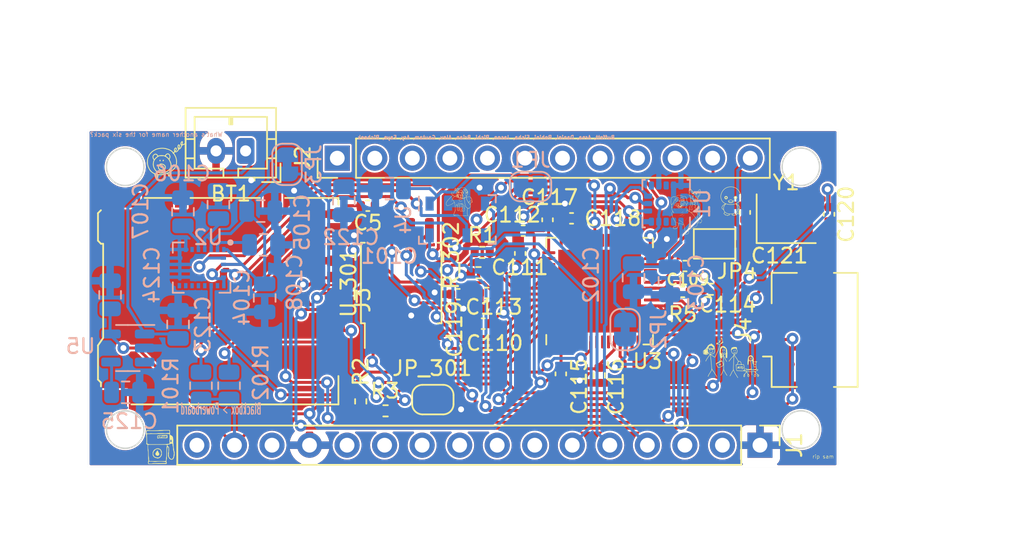
<source format=kicad_pcb>
(kicad_pcb (version 20211014) (generator pcbnew)
  (layers (0 "F.Cu" signal) (31 "B.Cu" signal) (34 "B.Paste" user) (35 "F.Paste" user) (36 "B.SilkS" user "B.Silkscreen") (37 "F.SilkS" user "F.Silkscreen") (38 "B.Mask" user) (39 "F.Mask" user) (44 "Edge.Cuts" user))
  (net 0 "")
  (net 1 "GND")
  (net 2 "Net-(C101-Pad2)")
  (net 3 "Net-(C102-Pad1)")
  (net 4 "Net-(C104-Pad1)")
  (net 5 "Net-(C107-Pad1)")
  (net 6 "Net-(C108-Pad1)")
  (net 7 "/D1")
  (net 8 "/D0")
  (net 9 "VBAT")
  (net 11 "VBUS")
  (net 12 "/A5")
  (net 13 "/A4")
  (net 14 "/A3")
  (net 15 "/A2")
  (net 16 "/A1")
  (net 17 "/A0")
  (net 19 "/~{RESET}")
  (net 21 "/EN")
  (net 23 "/D13")
  (net 24 "/D12")
  (net 25 "/D11")
  (net 26 "/D10")
  (net 27 "/D9")
  (net 28 "/D6")
  (net 29 "/D5")
  (net 30 "/I2C0_SCL")
  (net 31 "/I2C1_SDA")
  (net 32 "Net-(J3-Pad8)")
  (net 33 "Net-(J3-Pad1)")
  (net 34 "/SPI_SDCARD_CS")
  (net 35 "/SPI_SDCARD_MOSI")
  (net 36 "/SPI_SDCARD_SCK")
  (net 37 "/SPI_SDCARD_MISO")
  (net 38 "/SNS_SPI_SCK")
  (net 39 "/SNS_SPI_MOSI")
  (net 40 "/SNS_SPI_MISO")
  (net 41 "/H3LIS331DL_CS")
  (net 43 "/H3LIS331DL_INT1")
  (net 45 "/LSM9_CS_AG")
  (net 46 "/LSM9_CS_M")
  (net 47 "/LSM9_DRDY_M")
  (net 48 "/LSM9_INT_M")
  (net 49 "/LSM9_INT1_AG")
  (net 50 "/LSM9_INT2_AG")
  (net 52 "/MS5611_CS")
  (net 53 "Net-(R2-Pad2)")
  (net 54 "Net-(U3-Pad55)")
  (net 55 "Net-(U3-Pad54)")
  (net 56 "Net-(U3-Pad53)")
  (net 57 "Net-(U3-Pad52)")
  (net 58 "Net-(U3-Pad51)")
  (net 59 "+3V3")
  (net 60 "+1V1")
  (net 61 "Net-(C120-Pad1)")
  (net 62 "Net-(C121-Pad1)")
  (net 63 "Net-(JP4-Pad2)")
  (net 64 "Net-(JP_301-Pad2)")
  (net 65 "/USB_D-")
  (net 66 "Net-(R1-Pad2)")
  (net 67 "Net-(R5-Pad1)")
  (net 68 "/USB_D+")
  (net 69 "Net-(R_302-Pad2)")
  (net 71 "/SWCLK")
  (net 72 "/SWDIO")
  (net 90 "Net-(C125-Pad2)")
  (footprint "Resistor_SMD:R_0402_1005Metric" (layer "F.Cu") (at 158.91 113.46 -90)
    (fp_text reference "R2")
    (fp_text value "DNF")
  )
  (footprint "memes:gas" (layer "F.Cu") (at 145.238855 116.492288)
    (fp_text reference "G***" hide)
    (fp_text value "LOGO" hide)
  )
  (footprint "Capacitor_SMD:C_0402_1005Metric" (layer "F.Cu") (at 159.39 100.22 180)
    (fp_text reference "C5")
    (fp_text value "100n")
  )
  (footprint "Connector_PinHeader_2.54mm:PinHeader_1x12_P2.54mm_Vertical" (layer "F.Cu") (at 157.3226 97.0026 90)
    (fp_text reference "J2")
    (fp_text value "RP Header 12 pin")
  )
  (footprint "Capacitor_SMD:C_0402_1005Metric" (layer "F.Cu") (at 171.55 101.175 90)
    (fp_text reference "C117")
    (fp_text value "100n")
  )
  (footprint "Capacitor_SMD:C_0402_1005Metric" (layer "F.Cu") (at 167.45 106.125 180)
    (fp_text reference "C113")
    (fp_text value "100n")
  )
  (footprint "Capacitor_SMD:C_0402_1005Metric" (layer "F.Cu") (at 172.45 111.6 -90)
    (fp_text reference "C115")
    (fp_text value "100n")
  )
  (footprint "Jumper:SolderJumper-2_P1.3mm_Open_RoundedPad1.0x1.5mm" (layer "F.Cu") (at 163.79 113.34 180)
    (fp_text reference "JP_301")
    (fp_text value "Jumper")
  )
  (footprint "Connector_Card:microSD_HC_Hirose_DM3AT-SF-PEJM5" (layer "F.Cu") (at 149.515 106.67 -90)
    (fp_text reference "J3")
    (fp_text value "Micro_SD_Card")
  )
  (footprint "Capacitor_SMD:C_0402_1005Metric" (layer "F.Cu") (at 180.85 104.3)
    (fp_text reference "C109")
    (fp_text value "100n")
  )
  (footprint "Capacitor_SMD:C_0402_1005Metric" (layer "F.Cu") (at 180.7 106.05)
    (fp_text reference "R5")
    (fp_text value "1k")
  )
  (footprint "memes:griddy" (layer "F.Cu") (at 165.7 99.875)
    (fp_text reference "G***" hide)
    (fp_text value "LOGO" hide)
  )
  (footprint "Connector_USB:USB_Micro-B_Amphenol_10104110_Horizontal" (layer "F.Cu") (at 188.375 108.625 90)
    (fp_text reference "J4")
    (fp_text value "USB_B_Micro")
  )
  (footprint "memes:dogs" (layer "F.Cu") (at 180.924136 100.497558)
    (fp_text reference "G***" hide)
    (fp_text value "LOGO" hide)
  )
  (footprint "Capacitor_SMD:C_0402_1005Metric" (layer "F.Cu") (at 165.5 106.21 180)
    (fp_text reference "C119")
    (fp_text value "100n")
  )
  (footprint "Capacitor_SMD:C_0402_1005Metric" (layer "F.Cu") (at 190.6 100.8 -90)
    (fp_text reference "C120")
    (fp_text value "LOAD_C")
  )
  (footprint "Capacitor_SMD:C_0402_1005Metric" (layer "F.Cu") (at 167.2 108.204 180)
    (fp_text reference "C110")
    (fp_text value "100n")
  )
  (footprint "Resistor_SMD:R_0402_1005Metric" (layer "F.Cu") (at 182.6 105.875)
    (fp_text reference "C114")
    (fp_text value "100n")
  )
  (footprint "Resistor_SMD:R_0402_1005Metric" (layer "F.Cu") (at 175.05 111.7 -90)
    (fp_text reference "C116")
    (fp_text value "100n")
  )
  (footprint "Package_SO:SOIC-8_5.23x5.23mm_P1.27mm" (layer "F.Cu") (at 161.65 105.45 90)
    (fp_text reference "U_301")
    (fp_text value "W25Q128JVS")
  )
  (footprint "Capacitor_SMD:C_0402_1005Metric" (layer "F.Cu") (at 184.9 100.675 90)
    (fp_text reference "C121")
    (fp_text value "LOAD_C")
  )
  (footprint "memes:pig" (layer "F.Cu") (at 145.693846 97.083219)
    (fp_text reference "G***" hide)
    (fp_text value "LOGO" hide)
  )
  (footprint "Connector_JST:JST_PH_B2B-PH-K_1x02_P2.00mm_Vertical" (layer "F.Cu") (at 151.12 96.51 180)
    (fp_text reference "BT1")
    (fp_text value "LiPo")
  )
  (footprint "Crystal:Crystal_SMD_3225-4Pin_3.2x2.5mm" (layer "F.Cu") (at 187.7 101.1)
    (fp_text reference "Y1")
    (fp_text value "Crystal_GND24")
  )
  (footprint "Resistor_SMD:R_0402_1005Metric" (layer "F.Cu") (at 166.878 104.75)
    (fp_text reference "R_302")
    (fp_text value "27.4")
  )
  (footprint "memes:duck" (layer "F.Cu") (at 183.95 100.125)
    (fp_text reference "G***" hide)
    (fp_text value "LOGO" hide)
  )
  (footprint "Resistor_SMD:R_0402_1005Metric" (layer "F.Cu") (at 167.132 103.378)
    (fp_text reference "R1")
    (fp_text value "27.4")
  )
  (footprint "Resistor_SMD:R_0402_1005Metric" (layer "F.Cu") (at 160.59 114.1 180)
    (fp_text reference "R3")
    (fp_text value "R")
  )
  (footprint "Jumper:SolderJumper-2_P1.3mm_Open_Pad1.0x1.5mm" (layer "F.Cu") (at 182.85 102.8 180)
    (fp_text reference "JP4")
    (fp_text value "Jumper")
  )
  (footprint "Capacitor_SMD:C_0402_1005Metric" (layer "F.Cu") (at 169.7 103.45 90)
    (fp_text reference "C111")
    (fp_text value "1u")
  )
  (footprint "Package_DFN_QFN:QFN-56-1EP_7x7mm_P0.4mm_EP5.6x5.6mm" (layer "F.Cu") (at 175.075 106 90)
    (fp_text reference "U3")
    (fp_text value "RP2040_chip")
  )
  (footprint "Capacitor_SMD:C_0402_1005Metric" (layer "F.Cu") (at 169.9 101.91 180)
    (fp_text reference "C112")
    (fp_text value "1u")
  )
  (footprint "Capacitor_SMD:C_0402_1005Metric" (layer "F.Cu") (at 173.175 101.075 180)
    (fp_text reference "C118")
    (fp_text value "100n")
  )
  (footprint "Connector_PinHeader_2.54mm:PinHeader_1x16_P2.54mm_Vertical" (layer "F.Cu") (at 185.925 116.425 -90)
    (fp_text reference "J1")
    (fp_text value "RP Header 16 pin")
  )
  (footprint "memes:blackbox family" (layer "F.Cu") (at 184 110.45)
    (fp_text reference "G***" hide)
    (fp_text value "LOGO" hide)
  )
  (footprint "Capacitor_SMD:C_0805_2012Metric" (layer "B.Cu") (at 157.77 99.88 90)
    (fp_text reference "C122")
    (fp_text value "100 nF")
  )
  (footprint "Capacitor_SMD:C_0805_2012Metric" (layer "B.Cu") (at 141.95 106.25 90)
    (fp_text reference "C124")
    (fp_text value "1uF")
  )
  (footprint "Capacitor_SMD:C_0805_2012Metric" (layer "B.Cu") (at 146.88 100.63 90)
    (fp_text reference "C107")
    (fp_text value "10 nF")
  )
  (footprint "Capacitor_SMD:C_0805_2012Metric" (layer "B.Cu") (at 149.28 100.142 90)
    (fp_text reference "C106")
    (fp_text value "10 uF")
  )
  (footprint "Capacitor_SMD:C_0805_2012Metric" (layer "B.Cu") (at 179.8 105.3 -90)
    (fp_text reference "C103")
    (fp_text value "0.1uF")
  )
  (footprint "Capacitor_SMD:C_0805_2012Metric" (layer "B.Cu") (at 152.146 100.584)
    (fp_text reference "C105")
    (fp_text value "100 nF")
  )
  (footprint "Capacitor_SMD:C_0805_2012Metric" (layer "B.Cu") (at 143 112.85 180)
    (fp_text reference "C125")
    (fp_text value "10nF")
  )
  (footprint "Resistor_SMD:R_0805_2012Metric" (layer "B.Cu") (at 148.1 112.4 90)
    (fp_text reference "R101")
    (fp_text value "10k")
  )
  (footprint "Capacitor_SMD:C_0805_2012Metric" (layer "B.Cu") (at 152.41 106.46 -90)
    (fp_text reference "C104")
    (fp_text value "100 nF")
  )
  (footprint "Jumper:SolderJumper-2_P1.3mm_Bridged_RoundedPad1.0x1.5mm" (layer "B.Cu") (at 153.924 97.424 90)
    (fp_text reference "JP3")
    (fp_text value "Jumper_NC_Small")
  )
  (footprint "Jumper:SolderJumper-2_P1.3mm_Bridged_RoundedPad1.0x1.5mm" (layer "B.Cu") (at 170.4 98.925 180)
    (fp_text reference "JP1")
    (fp_text value "Jumper_NC_Small")
  )
  (footprint "Jumper:SolderJumper-2_P1.3mm_Bridged_RoundedPad1.0x1.5mm" (layer "B.Cu") (at 176.8 108.6 90)
    (fp_text reference "JP2")
    (fp_text value "Jumper_NC_Small")
  )
  (footprint "Package_LGA:LGA-16_3x3mm_P0.5mm_LayoutBorder3x5y" (layer "B.Cu") (at 179.578 100.076 90)
    (fp_text reference "U1")
    (fp_text value "H3LIS331DL")
  )
  (footprint "Capacitor_SMD:C_0805_2012Metric" (layer "B.Cu") (at 146.55 108.25 90)
    (fp_text reference "C123")
    (fp_text value "1uF")
  )
  (footprint "Capacitor_SMD:C_0805_2012Metric" (layer "B.Cu") (at 160.848 99.06)
    (fp_text reference "C101")
    (fp_text value "100nF")
  )
  (footprint "Capacitor_SMD:C_0805_2012Metric" (layer "B.Cu") (at 177.37 105.09 -90)
    (fp_text reference "C102")
    (fp_text value "10uF")
  )
  (footprint "Package_TO_SOT_SMD:SOT-23-5" (layer "B.Cu") (at 143.15 109.85 180)
    (fp_text reference "U5")
    (fp_text value "LD3985M33R_SOT23")
  )
  (footprint "Package_LGA:LGA-8_3x5mm_P1.25mm" (layer "B.Cu") (at 165.446 101.1515 -90)
    (fp_text reference "U4")
    (fp_text value "MS5611-01BA")
  )
  (footprint "Package_LGA:LGA-24L_3x3.5mm_P0.43mm" (layer "B.Cu") (at 148.1425 104.4075 180)
    (fp_text reference "U2")
    (fp_text value "LSM9DS1")
  )
  (footprint "Capacitor_SMD:C_0805_2012Metric" (layer "B.Cu") (at 152.334 102.87)
    (fp_text reference "C108")
    (fp_text value "100 nF")
  )
  (footprint "Resistor_SMD:R_0805_2012Metric" (layer "B.Cu") (at 150 112.4 90)
    (fp_text reference "R102")
    (fp_text value "10k")
  )
  (gr_circle (center 142.9716 97.5868) (end 144.2416 97.5868) (layer "Edge.Cuts") (width 0.1) (fill none))
  (gr_circle (center 188.6916 115.3668) (end 189.9616 115.3668) (layer "Edge.Cuts") (width 0.1) (fill none))
  (gr_rect (start 140.4316 95.0468) (end 191.2316 117.9068) (layer "Edge.Cuts") (width 0.00254) (fill none))
  (gr_circle (center 142.9716 115.3668) (end 144.2416 115.3668) (layer "Edge.Cuts") (width 0.1) (fill none))
  (gr_circle (center 188.6916 97.5868) (end 189.9616 97.5868) (layer "Edge.Cuts") (width 0.1) (fill none))
  (gr_text "Buffett, Arna, Daniel, Rohini, Eisha, Jason, Rishi, Brian, Alex, Gautam, Ary, Faye, Richeek" (at 167.4 95.6) (layer "B.SilkS") (effects (font (size 0.254 0.254) (thickness 0.0635)) (justify mirror)))
  (gr_text "What's another name for the six pack?" (at 145.075 95.4) (layer "B.SilkS") (effects (font (size 0.3 0.3) (thickness 0.05)) (justify mirror)))
  (gr_text "Blackbox > Powerboard" (at 149.45 113.975) (layer "B.SilkS") (effects (font (size 0.75 0.3) (thickness 0.075)) (justify mirror)))
  (gr_text "rip sam" (at 190.2 117.2) (layer "F.SilkS") (effects (font (size 0.25 0.25) (thickness 0.025))))
  (segment (start 157.815 100.22) (end 157.24 100.795) (width 0.2) (layer "F.Cu") (net 1))
  (segment (start 162.325 107.65) (end 163.555 108.88) (width 0.2) (layer "F.Cu") (net 1))
  (segment (start 176.075 107) (end 175.075 106) (width 0.2) (layer "F.Cu") (net 1))
  (segment (start 164.034355 106.21) (end 165.02 106.21) (width 0.2) (layer "F.Cu") (net 1))
  (segment (start 179.05 107) (end 179.85 107.8) (width 0.2) (layer "F.Cu") (net 1))
  (segment (start 165.02 106.346) (end 165.862 107.188) (width 0.2) (layer "F.Cu") (net 1))
  (segment (start 178.5125 107) (end 176.075 107) (width 0.2) (layer "F.Cu") (net 1))
  (segment (start 158.91 100.22) (end 157.815 100.22) (width 0.2) (layer "F.Cu") (net 1))
  (segment (start 178.5125 107) (end 179.05 107) (width 0.2) (layer "F.Cu") (net 1))
  (segment (start 163.555 108.88) (end 163.555 109.05) (width 0.2) (layer "F.Cu") (net 1))
  (segment (start 165.02 106.21) (end 165.02 106.346) (width 0.2) (layer "F.Cu") (net 1))
  (segment (start 163.910943 106.086588) (end 164.034355 106.21) (width 0.2) (layer "F.Cu") (net 1))
  (via (at 163.910943 106.086588) (size 0.8) (drill 0.4) (layers "F.Cu" "B.Cu") (net 1))
  (via (at 166.95 99) (size 0.8) (drill 0.4) (layers "F.Cu" "B.Cu") (net 1))
  (via (at 158.45 102.225) (size 0.8) (drill 0.4) (layers "F.Cu" "B.Cu") (net 1))
  (via (at 165.7 114) (size 0.8) (drill 0.4) (layers "F.Cu" "B.Cu") (net 1))
  (via (at 173.725 112.05) (size 0.8) (drill 0.4) (layers "F.Cu" "B.Cu") (net 1))
  (via (at 172.725 100.075) (size 0.8) (drill 0.4) (layers "F.Cu" "B.Cu") (net 1))
  (via (at 179.625 102.475) (size 0.8) (drill 0.4) (layers "F.Cu" "B.Cu") (net 1))
  (via (at 162.325 107.65) (size 0.8) (drill 0.4) (layers "F.Cu" "B.Cu") (net 1))
  (via (at 151.5 98.5) (size 0.8) (drill 0.4) (layers "F.Cu" "B.Cu") (net 1))
  (via (at 154.4 99.2) (size 0.8) (drill 0.4) (layers "F.Cu" "B.Cu") (net 1))
  (via (at 165.862 107.188) (size 0.8) (drill 0.4) (layers "F.Cu" "B.Cu") (net 1))
  (via (at 179.85 107.8) (size 0.8) (drill 0.4) (layers "F.Cu" "B.Cu") (net 1))
  (segment (start 165.862 107.188) (end 166.878 106.172) (width 0.2) (layer "B.Cu") (net 1))
  (segment (start 179.59 106.04) (end 179.8 106.25) (width 0.2) (layer "B.Cu") (net 1))
  (segment (start 163.571 100.0765) (end 164.08175 99.56575) (width 0.2) (layer "B.Cu") (net 2))
  (segment (start 163.576 99.06) (end 164.08175 99.56575) (width 0.2) (layer "B.Cu") (net 2))
  (segment (start 166.414259 98.175) (end 169 98.175) (width 0.2) (layer "B.Cu") (net 2))
  (segment (start 165.289748 99.299511) (end 166.414259 98.175) (width 0.2) (layer "B.Cu") (net 2))
  (segment (start 164.685721 99.27498) (end 164.710252 99.299511) (width 0.2) (layer "B.Cu") (net 2))
  (segment (start 164.37252 99.27498) (end 164.685721 99.27498) (width 0.2) (layer "B.Cu") (net 2))
  (segment (start 169 98.175) (end 169.75 98.925) (width 0.2) (layer "B.Cu") (net 2))
  (segment (start 164.710252 99.299511) (end 165.289748 99.299511) (width 0.2) (layer "B.Cu") (net 2))
  (segment (start 161.798 99.06) (end 163.576 99.06) (width 0.2) (layer "B.Cu") (net 2))
  (segment (start 164.08175 99.56575) (end 164.37252 99.27498) (width 0.2) (layer "B.Cu") (net 2))
  (segment (start 179.8 104.35) (end 179.8 103.5) (width 0.2) (layer "B.Cu") (net 3))
  (segment (start 176.8 107.5) (end 176.1 106.8) (width 0.2) (layer "B.Cu") (net 3))
  (segment (start 181.8 100.875) (end 181.8 100.15) (width 0.2) (layer "B.Cu") (net 3))
  (segment (start 181.726 100.076) (end 181.226 99.576) (width 0.2) (layer "B.Cu") (net 3))
  (segment (start 177.58 104.35) (end 179.8 104.35) (width 0.2) (layer "B.Cu") (net 3))
  (segment (start 181.226 99.576) (end 180.803 99.576) (width 0.2) (layer "B.Cu") (net 3))
  (segment (start 177.37 104.14) (end 177.58 104.35) (width 0.2) (layer "B.Cu") (net 3))
  (segment (start 180.578 102.097) (end 181.8 100.875) (width 0.2) (layer "B.Cu") (net 3))
  (segment (start 180.578 102.097) (end 180.578 101.301) (width 0.2) (layer "B.Cu") (net 3))
  (segment (start 181.8 100.15) (end 181.726 100.076) (width 0.2) (layer "B.Cu") (net 3))
  (segment (start 179.8 103.5) (end 180.578 102.722) (width 0.2) (layer "B.Cu") (net 3))
  (segment (start 181.726 100.076) (end 180.803 100.076) (width 0.2) (layer "B.Cu") (net 3))
  (segment (start 176.8 107.95) (end 176.8 107.5) (width 0.2) (layer "B.Cu") (net 3))
  (segment (start 180.578 102.722) (end 180.578 102.097) (width 0.2) (layer "B.Cu") (net 3))
  (segment (start 176.1 105.4) (end 177.36 104.14) (width 0.2) (layer "B.Cu") (net 3))
  (segment (start 176.1 106.8) (end 176.1 105.4) (width 0.2) (layer "B.Cu") (net 3))
  (segment (start 151.196 100.584) (end 151.196 101.026) (width 0.2) (layer "B.Cu") (net 4))
  (segment (start 148.3575 103.1925) (end 148.3575 102.4325) (width 0.2) (layer "B.Cu") (net 4))
  (segment (start 151.82 105.142138) (end 151.82 105.49) (width 0.2) (layer "B.Cu") (net 4))
  (segment (start 152.41 101.798) (end 151.196 100.584) (width 0.2) (layer "B.Cu") (net 4))
  (segment (start 148.7875 102.733478) (end 148.7875 103.1825) (width 0.2) (layer "B.Cu") (net 4))
  (segment (start 152.654 97.282) (end 152.654 98.552) (width 0.2) (layer "B.Cu") (net 4))
  (segment (start 149.28 101.51) (end 149.28 101.092) (width 0.2) (layer "B.Cu") (net 4))
  (segment (start 148.3575 102.4325) (end 148.515 102.275) (width 0.2) (layer "B.Cu") (net 4))
  (segment (start 150.878931 104.201069) (end 151.82 105.142138) (width 0.2) (layer "B.Cu") (net 4))
  (segment (start 148.515 102.275) (end 149.28 101.51) (width 0.2) (layer "B.Cu") (net 4))
  (segment (start 152.654 98.552) (end 151.196 100.01) (width 0.2) (layer "B.Cu") (net 4))
  (segment (start 148.7875 102.5475) (end 148.7875 102.733478) (width 0.2) (layer "B.Cu") (net 4))
  (segment (start 151.196 101.026) (end 150.114 102.108) (width 0.2) (layer "B.Cu") (net 4))
  (segment (start 153.162 96.774) (end 152.654 97.282) (width 0.2) (layer "B.Cu") (net 4))
  (segment (start 149.412978 102.108) (end 148.7875 102.733478) (width 0.2) (layer "B.Cu") (net 4))
  (segment (start 149.870362 103.1925) (end 150.878931 104.201069) (width 0.2) (layer "B.Cu") (net 4))
  (segment (start 150.870362 104.1925) (end 150.878931 104.201069) (width 0.2) (layer "B.Cu") (net 4))
  (segment (start 151.196 100.01) (end 151.196 100.584) (width 0.2) (layer "B.Cu") (net 4))
  (segment (start 153.924 96.774) (end 153.162 96.774) (width 0.2) (layer "B.Cu") (net 4))
  (segment (start 149.6475 103.1925) (end 149.870362 103.1925) (width 0.2) (layer "B.Cu") (net 4))
  (segment (start 148.515 102.275) (end 148.7875 102.5475) (width 0.2) (layer "B.Cu") (net 4))
  (segment (start 149.6175 104.1925) (end 150.870362 104.1925) (width 0.2) (layer "B.Cu") (net 4))
  (segment (start 152.41 105.51) (end 152.41 101.798) (width 0.2) (layer "B.Cu") (net 4))
  (segment (start 150.114 102.108) (end 149.412978 102.108) (width 0.2) (layer "B.Cu") (net 4))
  (segment (start 147.9275 103.1925) (end 147.912011 103.177011) (width 0.2) (layer "B.Cu") (net 5))
  (segment (start 147.912011 102.612011) (end 146.88 101.58) (width 0.2) (layer "B.Cu") (net 5))
  (segment (start 147.912011 103.177011) (end 147.912011 102.612011) (width 0.2) (layer "B.Cu") (net 5))
  (segment (start 151.384 102.87) (end 151.221989 102.707989) (width 0.2) (layer "B.Cu") (net 6))
  (segment (start 149.2175 102.885489) (end 149.2175 103.1825) (width 0.2) (layer "B.Cu") (net 6))
  (segment (start 151.221989 102.707989) (end 149.395 102.707989) (width 0.2) (layer "B.Cu") (net 6))
  (segment (start 149.395 102.707989) (end 149.2175 102.885489) (width 0.2) (layer "B.Cu") (net 6))
  (segment (start 144.2875 108.9) (end 146.25 108.9) (width 0.2) (layer "B.Cu") (net 9))
  (segment (start 145.5 98) (end 143.15 100.35) (width 0.2) (layer "B.Cu") (net 9))
  (segment (start 146.25 108.9) (end 146.55 109.2) (width 0.2) (layer "B.Cu") (net 9))
  (segment (start 150.85 98) (end 145.5 98) (width 0.2) (layer "B.Cu") (net 9))
  (segment (start 151.6 97.25) (end 150.85 98) (width 0.2) (layer "B.Cu") (net 9))
  (segment (start 143.15 107.05) (end 144.2875 108.9) (width 0.2) (layer "B.Cu") (net 9))
  (segment (start 143.15 100.35) (end 143.15 107.05) (width 0.2) (layer "B.Cu") (net 9))
  (segment (start 182.75 97.03) (end 182.75 100.4) (width 0.2) (layer "F.Cu") (net 30))
  (segment (start 182.7226 97.0026) (end 182.75 97.03) (width 0.2) (layer "F.Cu") (net 30))
  (segment (start 182.75 100.4) (end 179.35 103.8) (width 0.2) (layer "F.Cu") (net 30))
  (segment (start 179.35 103.8) (end 178.5 103.8) (width 0.2) (layer "F.Cu") (net 30))
  (segment (start 184.4245 108.825) (end 181.695581 108.825) (width 0.2) (layer "F.Cu") (net 31))
  (segment (start 184.425 108.8245) (end 184.4245 108.825) (width 0.2) (layer "F.Cu") (net 31))
  (segment (start 181.230568 108.959039) (end 178.859039 108.959039) (width 0.2) (layer "F.Cu") (net 31))
  (segment (start 178.859039 108.959039) (end 178.5 108.6) (width 0.2) (layer "F.Cu") (net 31))
  (segment (start 181.695581 108.825) (end 181.561541 108.95904) (width 0.2) (layer "F.Cu") (net 31))
  (segment (start 181.561541 108.95904) (end 181.230568 108.959039) (width 0.2) (layer "F.Cu") (net 31))
  (via (at 184.425 108.8245) (size 0.8) (drill 0.4) (layers "F.Cu" "B.Cu") (net 31))
  (segment (start 184.425 108.8245) (end 184.425 97.8402) (width 0.2) (layer "B.Cu") (net 31))
  (segment (start 184.425 97.8402) (end 185.2626 97.0026) (width 0.2) (layer "B.Cu") (net 31))
  (segment (start 148.1 109.5) (end 148.1 110) (width 0.2) (layer "F.Cu") (net 32))
  (segment (start 155.855 101.745) (end 148.1 109.5) (width 0.2) (layer "F.Cu") (net 32))
  (segment (start 157.24 101.745) (end 155.855 101.745) (width 0.2) (layer "F.Cu") (net 32))
  (via (at 148.1 110) (size 0.8) (drill 0.4) (layers "F.Cu" "B.Cu") (net 32))
  (segment (start 148.1 110) (end 148.1 111.4875) (width 0.2) (layer "B.Cu") (net 32))
  (segment (start 149.7 110.2) (end 149.7 110.1) (width 0.2) (layer "F.Cu") (net 33))
  (segment (start 150.355 109.445) (end 157.24 109.445) (width 0.2) (layer "F.Cu") (net 33))
  (segment (start 149.7 110.1) (end 150.355 109.445) (width 0.2) (layer "F.Cu") (net 33))
  (via (at 149.7 110.2) (size 0.8) (drill 0.4) (layers "F.Cu" "B.Cu") (net 33))
  (segment (start 150 111.4875) (end 150 110.5) (width 0.2) (layer "B.Cu") (net 33))
  (segment (start 150 110.5) (end 149.7 110.2) (width 0.2) (layer "B.Cu") (net 33))
  (segment (start 176.772111 113.277889) (end 177.4 112.65) (width 0.2) (layer "F.Cu") (net 34))
  (segment (start 159.970324 113.168559) (end 160.061445 113.077438) (width 0.2) (layer "F.Cu") (net 34))
  (segment (start 157.24 108.345) (end 157.689022 108.345) (width 0.2) (layer "F.Cu") (net 34))
  (segment (start 161.18673 113.077438) (end 161.98577 112.278398) (width 0.2) (layer "F.Cu") (net 34))
  (segment (start 177.4 112.65) (end 177.4 110.671801) (width 0.2) (layer "F.Cu") (net 34))
  (segment (start 177.4 110.671801) (end 176.8625 110.134301) (width 0.2) (layer "F.Cu") (net 34))
  (segment (start 168.189748 112.278398) (end 169.189239 113.277889) (width 0.2) (layer "F.Cu") (net 34))
  (segment (start 158.263912 108.671088) (end 157.566088 108.671088) (width 0.2) (layer "F.Cu") (net 34))
  (segment (start 161.98577 112.278398) (end 168.189748 112.278398) (width 0.2) (layer "F.Cu") (net 34))
  (segment (start 157.566088 108.671088) (end 157.24 108.345) (width 0.2) (layer "F.Cu") (net 34))
  (segment (start 169.189239 113.277889) (end 176.772111 113.277889) (width 0.2) (layer "F.Cu") (net 34))
  (segment (start 176.8625 110.134301) (end 176.8625 109.4375) (width 0.2) (layer "F.Cu") (net 34))
  (segment (start 160.061445 113.077438) (end 161.18673 113.077438) (width 0.2) (layer "F.Cu") (net 34))
  (via (at 159.970324 113.168559) (size 0.8) (drill 0.4) (layers "F.Cu" "B.Cu") (net 34))
  (via (at 158.263912 108.671088) (size 0.8) (drill 0.4) (layers "F.Cu" "B.Cu") (net 34))
  (segment (start 158.263912 111.462147) (end 158.263912 108.671088) (width 0.2) (layer "B.Cu") (net 34))
  (segment (start 159.970324 113.168559) (end 158.263912 111.462147) (width 0.2) (layer "B.Cu") (net 34))
  (segment (start 180.276759 109.4375) (end 177.6625 109.4375) (width 0.2) (layer "F.Cu") (net 35))
  (segment (start 155.155 107.245) (end 157.24 107.245) (width 0.2) (layer "F.Cu") (net 35))
  (segment (start 181.356 110.516741) (end 180.276759 109.4375) (width 0.2) (layer "F.Cu") (net 35))
  (segment (start 155.025122 115.275489) (end 180.294014 115.275489) (width 0.2) (layer "F.Cu") (net 35))
  (segment (start 181.356 110.744) (end 181.356 110.516741) (width 0.2) (layer "F.Cu") (net 35))
  (segment (start 180.294014 115.275489) (end 180.594 114.975503) (width 0.2) (layer "F.Cu") (net 35))
  (segment (start 154.851988 115.102355) (end 155.025122 115.275489) (width 0.2) (layer "F.Cu") (net 35))
  (segment (start 154.875 107.525) (end 155.155 107.245) (width 0.2) (layer "F.Cu") (net 35))
  (via (at 154.875 107.525) (size 0.8) (drill 0.4) (layers "F.Cu" "B.Cu") (net 35))
  (via (at 180.594 114.975503) (size 0.8) (drill 0.4) (layers "F.Cu" "B.Cu") (net 35))
  (via (at 181.356 110.744) (size 0.8) (drill 0.4) (layers "F.Cu" "B.Cu") (net 35))
  (via (at 154.851988 115.102355) (size 0.8) (drill 0.4) (layers "F.Cu" "B.Cu") (net 35))
  (segment (start 181.356 110.744) (end 180.848 111.252) (width 0.2) (layer "B.Cu") (net 35))
  (segment (start 154.525 114.775367) (end 154.525 107.875) (width 0.2) (layer "B.Cu") (net 35))
  (segment (start 180.848 114.721503) (end 180.594 114.975503) (width 0.2) (layer "B.Cu") (net 35))
  (segment (start 154.851988 115.102355) (end 154.525 114.775367) (width 0.2) (layer "B.Cu") (net 35))
  (segment (start 180.848 111.252) (end 180.848 114.721503) (width 0.2) (layer "B.Cu") (net 35))
  (segment (start 154.525 107.875) (end 154.875 107.525) (width 0.2) (layer "B.Cu") (net 35))
  (segment (start 157.185489 105.099511) (end 157.24 105.045) (width 0.2) (layer "F.Cu") (net 36))
  (segment (start 156.973889 114.875969) (end 156.673909 114.575989) (width 0.2) (layer "F.Cu") (net 36))
  (segment (start 155.4 105.6) (end 155.900489 105.099511) (width 0.2) (layer "F.Cu") (net 36))
  (segment (start 177.2625 109.969295) (end 177.2625 109.4375) (width 0.2) (layer "F.Cu") (net 36))
  (segment (start 179.720125 114.442125) (end 179.286281 114.875969) (width 0.2) (layer "F.Cu") (net 36))
  (segment (start 155.900489 105.099511) (end 157.185489 105.099511) (width 0.2) (layer "F.Cu") (net 36))
  (segment (start 179.286281 114.875969) (end 156.973889 114.875969) (width 0.2) (layer "F.Cu") (net 36))
  (segment (start 154.2405 112.175) (end 156.625 112.175) (width 0.2) (layer "F.Cu") (net 36))
  (segment (start 155.05 105.6) (end 155.4 105.6) (width 0.2) (layer "F.Cu") (net 36))
  (segment (start 153.8255 111.76) (end 154.2405 112.175) (width 0.2) (layer "F.Cu") (net 36))
  (segment (start 177.507382 110.214177) (end 177.2625 109.969295) (width 0.2) (layer "F.Cu") (net 36))
  (segment (start 180.064177 110.214177) (end 177.507382 110.214177) (width 0.2) (layer "F.Cu") (net 36))
  (segment (start 155 105.55) (end 155.05 105.6) (width 0.2) (layer "F.Cu") (net 36))
  (segment (start 180.086 110.236) (end 180.064177 110.214177) (width 0.2) (layer "F.Cu") (net 36))
  (via (at 180.086 110.236) (size 0.8) (drill 0.4) (layers "F.Cu" "B.Cu") (net 36))
  (via (at 155 105.55) (size 0.8) (drill 0.4) (layers "F.Cu" "B.Cu") (net 36))
  (via (at 156.673909 114.575989) (size 0.8) (drill 0.4) (layers "F.Cu" "B.Cu") (net 36))
  (via (at 153.8255 111.76) (size 0.8) (drill 0.4) (layers "F.Cu" "B.Cu") (net 36))
  (via (at 156.625 112.175) (size 0.8) (drill 0.4) (layers "F.Cu" "B.Cu") (net 36))
  (via (at 179.720125 114.442125) (size 0.8) (drill 0.4) (layers "F.Cu" "B.Cu") (net 36))
  (segment (start 153.8255 106.7245) (end 153.8255 111.76) (width 0.2) (layer "B.Cu") (net 36))
  (segment (start 180.086 114.07625) (end 180.086 110.236) (width 0.2) (layer "B.Cu") (net 36))
  (segment (start 156.673909 112.223909) (end 156.625 112.175) (width 0.2) (layer "B.Cu") (net 36))
  (segment (start 179.720125 114.442125) (end 180.086 114.07625) (width 0.2) (layer "B.Cu") (net 36))
  (segment (start 156.673909 114.575989) (end 156.673909 112.223909) (width 0.2) (layer "B.Cu") (net 36))
  (segment (start 155 105.55) (end 153.8255 106.7245) (width 0.2) (layer "B.Cu") (net 36))
  (segment (start 176.8 110.747826) (end 176.4625 110.410326) (width 0.2) (layer "F.Cu") (net 37))
  (segment (start 158.045 102.845) (end 157.24 102.845) (width 0.2) (layer "F.Cu") (net 37))
  (segment (start 160.110005 112.178864) (end 161.32123 112.178864) (width 0.2) (layer "F.Cu") (net 37))
  (segment (start 161.32123 112.178864) (end 161.621217 111.878877) (width 0.2) (layer "F.Cu") (net 37))
  (segment (start 176.8 112.15) (end 176.8 110.747826) (width 0.2) (layer "F.Cu") (net 37))
  (segment (start 168.528877 111.878877) (end 169.528369 112.878369) (width 0.2) (layer "F.Cu") (net 37))
  (segment (start 176.4625 110.410326) (end 176.4625 109.4375) (width 0.2) (layer "F.Cu") (net 37))
  (segment (start 161.621217 111.878877) (end 168.528877 111.878877) (width 0.2) (layer "F.Cu") (net 37))
  (segment (start 158.425 103.225) (end 158.045 102.845) (width 0.2) (layer "F.Cu") (net 37))
  (segment (start 176.071631 112.878369) (end 176.8 112.15) (width 0.2) (layer "F.Cu") (net 37))
  (segment (start 169.528369 112.878369) (end 176.071631 112.878369) (width 0.2) (layer "F.Cu") (net 37))
  (via (at 158.425 103.225) (size 0.8) (drill 0.4) (layers "F.Cu" "B.Cu") (net 37))
  (via (at 160.110005 112.178864) (size 0.8) (drill 0.4) (layers "F.Cu" "B.Cu") (net 37))
  (segment (start 158.6 103.4) (end 158.425 103.225) (width 0.2) (layer "B.Cu") (net 37))
  (segment (start 158.6 108.017917) (end 158.6 103.4) (width 0.2) (layer "B.Cu") (net 37))
  (segment (start 158.963423 108.38134) (end 158.6 108.017917) (width 0.2) (layer "B.Cu") (net 37))
  (segment (start 158.963423 111.032282) (end 158.963423 108.38134) (width 0.2) (layer "B.Cu") (net 37))
  (segment (start 160.110005 112.178864) (end 158.963423 111.032282) (width 0.2) (layer "B.Cu") (net 37))
  (segment (start 164.163488 103.111512) (end 164.163488 99.436512) (width 0.2) (layer "F.Cu") (net 38))
  (segment (start 164.163488 99.436512) (end 165.328 98.272) (width 0.2) (layer "F.Cu") (net 38))
  (segment (start 147.998196 104.343711) (end 148.741907 103.6) (width 0.2) (layer "F.Cu") (net 38))
  (segment (start 179.25 100) (end 177.908111 98.152111) (width 0.2) (layer "F.Cu") (net 38))
  (segment (start 161.985984 98.80048) (end 161.991504 98.806) (width 0.2) (layer "F.Cu") (net 38))
  (segment (start 161.991504 98.806) (end 164.794 98.806) (width 0.2) (layer "F.Cu") (net 38))
  (segment (start 165.447889 98.152111) (end 165.328 98.272) (width 0.2) (layer "F.Cu") (net 38))
  (segment (start 178.5 102.275) (end 178.5 103.4) (width 0.2) (layer "F.Cu") (net 38))
  (segment (start 164.794 98.806) (end 165.328 98.272) (width 0.2) (layer "F.Cu") (net 38))
  (segment (start 155.834514 98.80048) (end 161.985984 98.80048) (width 0.2) (layer "F.Cu") (net 38))
  (segment (start 177.908111 98.152111) (end 165.447889 98.152111) (width 0.2) (layer "F.Cu") (net 38))
  (segment (start 151.034994 103.6) (end 155.834514 98.80048) (width 0.2) (layer "F.Cu") (net 38))
  (segment (start 163.775 103.5) (end 164.163488 103.111512) (width 0.2) (layer "F.Cu") (net 38))
  (segment (start 148.741907 103.6) (end 151.034994 103.6) (width 0.2) (layer "F.Cu") (net 38))
  (via (at 163.775 103.5) (size 0.8) (drill 0.4) (layers "F.Cu" "B.Cu") (net 38))
  (via (at 147.998196 104.343711) (size 0.8) (drill 0.4) (layers "F.Cu" "B.Cu") (net 38))
  (via (at 179.25 100) (size 0.8) (drill 0.4) (layers "F.Cu" "B.Cu") (net 38))
  (via (at 178.5 102.275) (size 0.8) (drill 0.4) (layers "F.Cu" "B.Cu") (net 38))
  (segment (start 163.775 103.5) (end 164.081334 103.806334) (width 0.2) (layer "B.Cu") (net 38))
  (segment (start 174.499511 115.150489) (end 173.225 116.425) (width 0.2) (layer "B.Cu") (net 38))
  (segment (start 168.295031 103.154969) (end 168.649011 102.800989) (width 0.2) (layer "B.Cu") (net 38))
  (segment (start 163.775 103.5) (end 163.571 103.296) (width 0.2) (layer "B.Cu") (net 38))
  (segment (start 174.499511 106.360752) (end 174.499511 115.150489) (width 0.2) (layer "B.Cu") (net 38))
  (segment (start 164.996093 103.806334) (end 165.439268 104.249509) (width 0.2) (layer "B.Cu") (net 38))
  (segment (start 168.649011 102.800989) (end 170.939748 102.800989) (width 0.2) (layer "B.Cu") (net 38))
  (segment (start 165.987341 104.249509) (end 166.385832 104.648) (width 0.2) (layer "B.Cu") (net 38))
  (segment (start 178.5 102.275) (end 179.078 101.697) (width 0.2) (layer "B.Cu") (net 38))
  (segment (start 168.295031 103.166497) (end 168.295031 103.154969) (width 0.2) (layer "B.Cu") (net 38))
  (segment (start 164.081334 103.806334) (end 164.996093 103.806334) (width 0.2) (layer "B.Cu") (net 38))
  (segment (start 166.47848 103.52352) (end 167.938009 103.523519) (width 0.2) (layer "B.Cu") (net 38))
  (segment (start 167.938009 103.523519) (end 168.295031 103.166497) (width 0.2) (layer "B.Cu") (net 38))
  (segment (start 179.25 100) (end 179.078 100.83) (width 0.2) (layer "B.Cu") (net 38))
  (segment (start 165.439268 104.249509) (end 165.987341 104.249509) (width 0.2) (layer "B.Cu") (net 38))
  (segment (start 163.571 103.296) (end 163.571 102.2265) (width 0.2) (layer "B.Cu") (net 38))
  (segment (start 179.078 100.83) (end 179.078 101.301) (width 0.2) (layer "B.Cu") (net 38))
  (segment (start 149.6175 103.7625) (end 148.579407 103.7625) (width 0.2) (layer "B.Cu") (net 38))
  (segment (start 170.939748 102.800989) (end 174.499511 106.360752) (width 0.2) (layer "B.Cu") (net 38))
  (segment (start 166.385832 103.616168) (end 166.47848 103.52352) (width 0.2) (layer "B.Cu") (net 38))
  (segment (start 148.579407 103.7625) (end 147.998196 104.343711) (width 0.2) (layer "B.Cu") (net 38))
  (segment (start 166.385832 104.648) (end 166.385832 103.616168) (width 0.2) (layer "B.Cu") (net 38))
  (segment (start 179.078 101.697) (end 179.078 101.301) (width 0.2) (layer "B.Cu") (net 38))
  (segment (start 160.90648 99.59952) (end 160.580492 99.59952) (width 0.2) (layer "F.Cu") (net 39))
  (segment (start 176.8625 102.030705) (end 176.8625 102.5625) (width 0.2) (layer "F.Cu") (net 39))
  (segment (start 167.048491 101.851509) (end 168.800968 100.099032) (width 0.2) (layer "F.Cu") (net 39))
  (segment (start 160.580492 99.59952) (end 160.574972 99.60504) (width 0.2) (layer "F.Cu") (net 39))
  (segment (start 176.421665 99.950642) (end 177.055023 100.584) (width 0.2) (layer "F.Cu") (net 39))
  (segment (start 168.800968 100.099032) (end 168.857234 100.099031) (width 0.2) (layer "F.Cu") (net 39))
  (segment (start 177.055023 100.584) (end 176.917311 100.721712) (width 0.2) (layer "F.Cu") (net 39))
  (segment (start 166.528807 101.851509) (end 167.048491 101.851509) (width 0.2) (layer "F.Cu") (net 39))
  (segment (start 165.317565 103.062751) (end 166.528807 101.851509) (width 0.2) (layer "F.Cu") (net 39))
  (segment (start 169.605594 99.350671) (end 173.635665 99.350671) (width 0.2) (layer "F.Cu") (net 39))
  (segment (start 176.917311 101.975894) (end 176.8625 102.030705) (width 0.2) (layer "F.Cu") (net 39))
  (segment (start 176.917311 100.721712) (end 176.917311 101.975894) (width 0.2) (layer "F.Cu") (net 39))
  (segment (start 151.008 104.892) (end 150.390271 104.892) (width 0.2) (layer "F.Cu") (net 39))
  (segment (start 156.29496 99.60504) (end 151.008 104.892) (width 0.2) (layer "F.Cu") (net 39))
  (segment (start 174.235635 99.950641) (end 176.421665 99.950642) (width 0.2) (layer "F.Cu") (net 39))
  (segment (start 175.765 116.425) (end 175.768 116.422) (width 0.2) (layer "F.Cu") (net 39))
  (segment (start 168.857234 100.099031) (end 169.605594 99.350671) (width 0.2) (layer "F.Cu") (net 39))
  (segment (start 161.63696 100.33) (end 160.90648 99.59952) (width 0.2) (layer "F.Cu") (net 39))
  (segment (start 160.574972 99.60504) (end 156.29496 99.60504) (width 0.2) (layer "F.Cu") (net 39))
  (segment (start 173.635665 99.350671) (end 174.235635 99.950641) (width 0.2) (layer "F.Cu") (net 39))
  (via (at 165.317565 103.062751) (size 0.8) (drill 0.4) (layers "F.Cu" "B.Cu") (net 39))
  (via (at 177.055023 100.584) (size 0.8) (drill 0.4) (layers "F.Cu" "B.Cu") (net 39))
  (via (at 161.63696 100.33) (size 0.8) (drill 0.4) (layers "F.Cu" "B.Cu") (net 39))
  (via (at 150.390271 104.892) (size 0.8) (drill 0.4) (layers "F.Cu" "B.Cu") (net 39))
  (segment (start 150.092011 104.637989) (end 150.076522 104.6225) (width 0.2) (layer "B.Cu") (net 39))
  (segment (start 164.821 102.566186) (end 164.821 102.2265) (width 0.2) (layer "B.Cu") (net 39))
  (segment (start 162.3515 101.3915) (end 164.444 101.3915) (width 0.2) (layer "B.Cu") (net 39))
  (segment (start 177.055023 100.584) (end 177.063023 100.576) (width 0.2) (layer "B.Cu") (net 39))
  (segment (start 165.378814 103.124) (end 167.772522 103.124) (width 0.2) (layer "B.Cu") (net 39))
  (segment (start 164.444 101.3915) (end 164.821 101.7685) (width 0.2) (layer "B.Cu") (net 39))
  (segment (start 174.899031 115.559031) (end 175.765 116.425) (width 0.2) (layer "B.Cu") (net 39))
  (segment (start 162.3515 101.3915) (end 161.63696 100.67696) (width 0.2) (layer "B.Cu") (net 39))
  (segment (start 168.684994 102.2) (end 171.7 102.2) (width 0.2) (layer "B.Cu") (net 39))
  (segment (start 174.899031 105.399031) (end 174.899031 115.559031) (width 0.2) (layer "B.Cu") (net 39))
  (segment (start 167.895511 103.001011) (end 167.895512 102.989482) (width 0.2) (layer "B.Cu") (net 39))
  (segment (start 165.317565 103.062751) (end 165.378814 103.124) (width 0.2) (layer "B.Cu") (net 39))
  (segment (start 164.821 102.2265) (end 164.821 101.982666) (width 0.2) (layer "B.Cu") (net 39))
  (segment (start 161.63696 100.67696) (end 161.63696 100.33) (width 0.2) (layer "B.Cu") (net 39))
  (segment (start 165.317565 103.062751) (end 164.821 102.566186) (width 0.2) (layer "B.Cu") (net 39))
  (segment (start 150.076522 104.6225) (end 149.6175 104.6225) (width 0.2) (layer "B.Cu") (net 39))
  (segment (start 171.7 102.2) (end 174.899031 105.399031) (width 0.2) (layer "B.Cu") (net 39))
  (segment (start 150.13626 104.637989) (end 150.092011 104.637989) (width 0.2) (layer "B.Cu") (net 39))
  (segment (start 177.063023 100.576) (end 178.353 100.576) (width 0.2) (layer "B.Cu") (net 39))
  (segment (start 164.821 101.7685) (end 164.821 102.2265) (width 0.2) (layer "B.Cu") (net 39))
  (segment (start 167.895512 102.989482) (end 168.684994 102.2) (width 0.2) (layer "B.Cu") (net 39))
  (segment (start 167.772522 103.124) (end 167.895511 103.001011) (width 0.2) (layer "B.Cu") (net 39))
  (segment (start 150.390271 104.892) (end 150.13626 104.637989) (width 0.2) (layer "B.Cu") (net 39))
  (segment (start 177.8 100.000055) (end 177.8 101.6) (width 0.2) (layer "F.Cu") (net 40))
  (segment (start 177.6625 101.7375) (end 177.6625 102.5625) (width 0.2) (layer "F.Cu") (net 40))
  (segment (start 169.440108 98.951151) (end 173.801151 98.951151) (width 0.2) (layer "F.Cu") (net 40))
  (segment (start 151.007511 104.192489) (end 149.520743 104.192489) (width 0.2) (layer "F.Cu") (net 40))
  (segment (start 168.691747 99.699512) (end 169.440108 98.951151) (width 0.2) (layer "F.Cu") (net 40))
  (segment (start 160.409486 99.20552) (end 155.99448 99.20552) (width 0.2) (layer "F.Cu") (net 40))
  (segment (start 176.971041 99.678723) (end 177.478668 99.678723) (width 0.2) (layer "F.Cu") (net 40))
  (segment (start 167.763498 100.1385) (end 168.196494 100.1385) (width 0.2) (layer "F.Cu") (net 40))
  (segment (start 155.99448 99.20552) (end 151.007511 104.192489) (width 0.2) (layer "F.Cu") (net 40))
  (segment (start 177.8 101.6) (end 177.6625 101.7375) (width 0.2) (layer "F.Cu") (net 40))
  (segment (start 176.84344 99.551122) (end 176.971041 99.678723) (width 0.2) (layer "F.Cu") (net 40))
  (segment (start 161.820498 99.2) (end 160.415006 99.2) (width 0.2) (layer "F.Cu") (net 40))
  (segment (start 176.292878 99.551122) (end 176.84344 99.551122) (width 0.2) (layer "F.Cu") (net 40))
  (segment (start 176.259122 99.551122) (end 176.292878 99.551122) (width 0.2) (layer "F.Cu") (net 40))
  (segment (start 166.75 101.151998) (end 167.763498 100.1385) (width 0.2) (layer "F.Cu") (net 40))
  (segment (start 162.696498 100.076) (end 161.820498 99.2) (width 0.2) (layer "F.Cu") (net 40))
  (segment (start 168.196494 100.1385) (end 168.635482 99.699512) (width 0.2) (layer "F.Cu") (net 40))
  (segment (start 160.415006 99.2) (end 160.409486 99.20552) (width 0.2) (layer "F.Cu") (net 40))
  (segment (start 168.635482 99.699512) (end 168.691747 99.699512) (width 0.2) (layer "F.Cu") (net 40))
  (segment (start 173.801151 98.951151) (end 174.401122 99.551122) (width 0.2) (layer "F.Cu") (net 40))
  (segment (start 149.520743 104.192489) (end 148.855234 104.857998) (width 0.2) (layer "F.Cu") (net 40))
  (segment (start 175.768 99.06) (end 176.259122 99.551122) (width 0.2) (layer "F.Cu") (net 40))
  (segment (start 174.401122 99.551122) (end 176.292878 99.551122) (width 0.2) (layer "F.Cu") (net 40))
  (segment (start 177.478668 99.678723) (end 177.8 100.000055) (width 0.2) (layer "F.Cu") (net 40))
  (via (at 148.855234 104.857998) (size 0.8) (drill 0.4) (layers "F.Cu" "B.Cu") (net 40))
  (via (at 175.768 99.06) (size 0.8) (drill 0.4) (layers "F.Cu" "B.Cu") (net 40))
  (via (at 162.696498 100.076) (size 0.8) (drill 0.4) (layers "F.Cu" "B.Cu") (net 40))
  (via (at 166.75 101.151998) (size 0.8) (drill 0.4) (layers "F.Cu" "B.Cu") (net 40))
  (via (at 177.478668 99.678723) (size 0.8) (drill 0.4) (layers "F.Cu" "B.Cu") (net 40))
  (segment (start 162.996489 100.375991) (end 162.996489 100.851011) (width 0.2) (layer "B.Cu") (net 40))
  (segment (start 178.030672 100.076) (end 178.353 100.076) (width 0.2) (layer "B.Cu") (net 40))
  (segment (start 162.996489 100.851011) (end 163.028978 100.8835) (width 0.2) (layer "B.Cu") (net 40))
  (segment (start 175.400989 113.520989) (end 175.400989 108.350989) (width 0.2) (layer "B.Cu") (net 40))
  (segment (start 166.75 101.151998) (end 166.75 101.5475) (width 0.2) (layer "B.Cu") (net 40))
  (segment (start 175.400989 108.350989) (end 175.514 108.237978) (width 0.2) (layer "B.Cu") (net 40))
  (segment (start 163.028978 100.8835) (end 165.46 100.8835) (width 0.2) (layer "B.Cu") (net 40))
  (segment (start 177.633395 99.678723) (end 178.030672 100.076) (width 0.2) (layer "B.Cu") (net 40))
  (segment (start 177.478668 99.678723) (end 177.633395 99.678723) (width 0.2) (layer "B.Cu") (net 40))
  (segment (start 149.6475 105.0825) (end 149.6475 105.6325) (width 0.2) (layer "B.Cu") (net 40))
  (segment (start 149.155225 105.157989) (end 149.632011 105.157989) (width 0.2) (layer "B.Cu") (net 40))
  (segment (start 149.6475 105.173478) (end 149.6475 105.6325) (width 0.2) (layer "B.Cu") (net 40))
  (segment (start 175.514 108.237978) (end 175.514 99.314) (width 0.2) (layer "B.Cu") (net 40))
  (segment (start 166.75 101.5475) (end 166.071 102.2265) (width 0.2) (layer "B.Cu") (net 40))
  (segment (start 149.6175 105.0525) (end 149.6475 105.0825) (width 0.2) (layer "B.Cu") (net 40))
  (segment (start 149.632011 105.157989) (end 149.6475 105.173478) (width 0.2) (layer "B.Cu") (net 40))
  (segment (start 175.514 99.314) (end 175.768 99.06) (width 0.2) (layer "B.Cu") (net 40))
  (segment (start 178.305 116.425) (end 175.400989 113.520989) (width 0.2) (layer "B.Cu") (net 40))
  (segment (start 166.071 101.4945) (end 166.071 102.2265) (width 0.2) (layer "B.Cu") (net 40))
  (segment (start 162.696498 100.076) (end 162.996489 100.375991) (width 0.2) (layer "B.Cu") (net 40))
  (segment (start 148.855234 104.857998) (end 149.155225 105.157989) (width 0.2) (layer "B.Cu") (net 40))
  (segment (start 165.46 100.8835) (end 166.071 101.4945) (width 0.2) (layer "B.Cu") (net 40))
  (segment (start 176.4625 101.374652) (end 176.4625 102.5625) (width 0.2) (layer "F.Cu") (net 41))
  (segment (start 176.2178 101.129952) (end 176.4625 101.374652) (width 0.2) (layer "F.Cu") (net 41))
  (via (at 176.2178 101.129952) (size 0.8) (drill 0.4) (layers "F.Cu" "B.Cu") (net 41))
  (segment (start 176.2178 99.950332) (end 177.18892 98.979212) (width 0.2) (layer "B.Cu") (net 41))
  (segment (start 178.353 99.563796) (end 178.353 99.576) (width 0.2) (layer "B.Cu") (net 41))
  (segment (start 177.768416 98.979212) (end 178.353 99.563796) (width 0.2) (layer "B.Cu") (net 41))
  (segment (start 176.2178 101.129952) (end 176.2178 99.950332) (width 0.2) (layer "B.Cu") (net 41))
  (segment (start 177.18892 98.979212) (end 177.768416 98.979212) (width 0.2) (layer "B.Cu") (net 41))
  (segment (start 153.5 113) (end 153.510752 113.010752) (width 0.2) (layer "F.Cu") (net 46))
  (segment (start 159.346184 111.415057) (end 159.410484 111.479357) (width 0.2) (layer "F.Cu") (net 46))
  (segment (start 159.410484 111.479357) (end 171.076521 111.479357) (width 0.2) (layer "F.Cu") (net 46))
  (segment (start 173.8 110.5505) (end 173.881295 110.5505) (width 0.2) (layer "F.Cu") (net 46))
  (segment (start 173.881295 110.5505) (end 174.4625 109.969295) (width 0.2) (layer "F.Cu") (net 46))
  (segment (start 157.750489 113.010752) (end 159.346184 111.415057) (width 0.2) (layer "F.Cu") (net 46))
  (segment (start 174.4625 109.969295) (end 174.4625 109.4375) (width 0.2) (layer "F.Cu") (net 46))
  (segment (start 153.510752 113.010752) (end 157.750489 113.010752) (width 0.2) (layer "F.Cu") (net 46))
  (segment (start 171.076521 111.479357) (end 171.5405 111.015378) (width 0.2) (layer "F.Cu") (net 46))
  (via (at 153.5 113) (size 0.8) (drill 0.4) (layers "F.Cu" "B.Cu") (net 46))
  (via (at 171.5405 111.015378) (size 0.8) (drill 0.4) (layers "F.Cu" "B.Cu") (net 46))
  (via (at 173.8 110.5505) (size 0.8) (drill 0.4) (layers "F.Cu" "B.Cu") (net 46))
  (segment (start 171.5405 111.015378) (end 172.005378 110.5505) (width 0.2) (layer "B.Cu") (net 46))
  (segment (start 148.7875 108.2875) (end 148.7875 105.6325) (width 0.2) (layer "B.Cu") (net 46))
  (segment (start 172.005378 110.5505) (end 173.8 110.5505) (width 0.2) (layer "B.Cu") (net 46))
  (segment (start 153.5 113) (end 148.7875 108.2875) (width 0.2) (layer "B.Cu") (net 46))
  (segment (start 174.40002 98.551631) (end 168.850369 98.551631) (width 0.2) (layer "F.Cu") (net 52))
  (segment (start 174.752 101.920205) (end 174.8625 102.030705) (width 0.2) (layer "F.Cu") (net 52))
  (segment (start 174.7 98.851611) (end 174.40002 98.551631) (width 0.2) (layer "F.Cu") (net 52))
  (segment (start 168.850369 98.551631) (end 168.402 99) (width 0.2) (layer "F.Cu") (net 52))
  (segment (start 174.752 101.346) (end 174.752 101.920205) (width 0.2) (layer "F.Cu") (net 52))
  (segment (start 174.8625 102.030705) (end 174.8625 102.5625) (width 0.2) (layer "F.Cu") (net 52))
  (via (at 174.7 98.851611) (size 0.8) (drill 0.4) (layers "F.Cu" "B.Cu") (net 52))
  (via (at 168.402 99) (size 0.8) (drill 0.4) (layers "F.Cu" "B.Cu") (net 52))
  (via (at 174.752 101.346) (size 0.8) (drill 0.4) (layers "F.Cu" "B.Cu") (net 52))
  (segment (start 167.366 100.1215) (end 167.321 100.0765) (width 0.2) (layer "B.Cu") (net 52))
  (segment (start 174.752 98.903611) (end 174.752 101.346) (width 0.2) (layer "B.Cu") (net 52))
  (segment (start 167.9 102) (end 167.9 100.6555) (width 0.2) (layer "B.Cu") (net 52))
  (segment (start 167.9 100.6555) (end 167.321 100.0765) (width 0.2) (layer "B.Cu") (net 52))
  (segment (start 167.6735 102.2265) (end 167.9 102) (width 0.2) (layer "B.Cu") (net 52))
  (segment (start 168.3975 99) (end 167.321 100.0765) (width 0.2) (layer "B.Cu") (net 52))
  (segment (start 167.321 102.2265) (end 167.6735 102.2265) (width 0.2) (layer "B.Cu") (net 52))
  (segment (start 174.7 98.851611) (end 174.752 98.903611) (width 0.2) (layer "B.Cu") (net 52))
  (segment (start 168.402 99) (end 168.3975 99) (width 0.2) (layer "B.Cu") (net 52))
  (segment (start 160.879838 111.079838) (end 159.745 109.945) (width 0.2) (layer "F.Cu") (net 53))
  (segment (start 161.896706 113.377418) (end 161.797166 113.476958) (width 0.2) (layer "F.Cu") (net 53))
  (segment (start 159.745 110.697781) (end 159.745 109.05) (width 0.2) (layer "F.Cu") (net 53))
  (segment (start 159.04 114.1) (end 158.91 113.97) (width 0.2) (layer "F.Cu") (net 53))
  (segment (start 160.703042 113.476958) (end 160.08 114.1) (width 0.2) (layer "F.Cu") (net 53))
  (segment (start 158.87 114.11) (end 158.8 114.04) (width 0.2) (layer "F.Cu") (net 53))
  (segment (start 171.258211 108.6) (end 168.778373 111.079838) (width 0.2) (layer "F.Cu") (net 53))
  (segment (start 160.08 114.1) (end 159.04 114.1) (width 0.2) (layer "F.Cu") (net 53))
  (segment (start 168.778373 111.079838) (end 160.879838 111.079838) (width 0.2) (layer "F.Cu") (net 53))
  (segment (start 171.625 108.6) (end 171.258211 108.6) (width 0.2) (layer "F.Cu") (net 53))
  (segment (start 161.797166 113.476958) (end 160.703042 113.476958) (width 0.2) (layer "F.Cu") (net 53))
  (segment (start 159.745 109.945) (end 159.745 109.05) (width 0.2) (layer "F.Cu") (net 53))
  (segment (start 159.681583 110.761198) (end 159.745 110.697781) (width 0.2) (layer "F.Cu") (net 53))
  (via (at 161.896706 113.377418) (size 0.8) (drill 0.4) (layers "F.Cu" "B.Cu") (net 53))
  (via (at 159.681583 110.761198) (size 0.8) (drill 0.4) (layers "F.Cu" "B.Cu") (net 53))
  (segment (start 161.896706 113.377418) (end 160.809511 112.290223) (width 0.2) (layer "B.Cu") (net 53))
  (segment (start 160.809511 112.290223) (end 160.809511 111.889126) (width 0.2) (layer "B.Cu") (net 53))
  (segment (start 160.809511 111.889126) (end 159.681583 110.761198) (width 0.2) (layer "B.Cu") (net 53))
  (segment (start 171.093205 108.2) (end 168.612886 110.680319) (width 0.2) (layer "F.Cu") (net 54))
  (segment (start 161.015 110.165) (end 161.015 109.05) (width 0.2) (layer "F.Cu") (net 54))
  (segment (start 161.530319 110.680319) (end 161.015 110.165) (width 0.2) (layer "F.Cu") (net 54))
  (segment (start 171.625 108.19952) (end 171.8 108.19952) (width 0.2) (layer "F.Cu") (net 54))
  (segment (start 171.625 108.2) (end 171.093205 108.2) (width 0.2) (layer "F.Cu") (net 54))
  (segment (start 168.612886 110.680319) (end 161.530319 110.680319) (width 0.2) (layer "F.Cu") (net 54))
  (segment (start 162.069283 109.265717) (end 162.285 109.05) (width 0.2) (layer "F.Cu") (net 55))
  (segment (start 162.285 109.985) (end 162.285 109.05) (width 0.2) (layer "F.Cu") (net 55))
  (segment (start 168.4474 110.280799) (end 162.580799 110.280799) (width 0.2) (layer "F.Cu") (net 55))
  (segment (start 162.580799 110.280799) (end 162.285 109.985) (width 0.2) (layer "F.Cu") (net 55))
  (segment (start 170.928199 107.8) (end 168.4474 110.280799) (width 0.2) (layer "F.Cu") (net 55))
  (segment (start 171.625 107.8) (end 170.928199 107.8) (width 0.2) (layer "F.Cu") (net 55))
  (segment (start 162.285 108.884283) (end 162.285 109.05) (width 0.2) (layer "F.Cu") (net 55))
  (segment (start 163.555 102.015717) (end 163.555 101.85) (width 0.2) (layer "F.Cu") (net 56))
  (segment (start 162.8 104.499022) (end 162.8 102.770717) (width 0.2) (layer "F.Cu") (net 56))
  (segment (start 162.8 102.770717) (end 163.555 102.015717) (width 0.2) (layer "F.Cu") (net 56))
  (segment (start 162.9745 104.673522) (end 162.8 104.499022) (width 0.2) (layer "F.Cu") (net 56))
  (segment (start 170.763193 107.4) (end 171.625 107.4) (width 0.2) (layer "F.Cu") (net 56))
  (segment (start 168.281914 109.881279) (end 170.763193 107.4) (width 0.2) (layer "F.Cu") (net 56))
  (segment (start 164.8005 109.581299) (end 165.10048 109.881279) (width 0.2) (layer "F.Cu") (net 56))
  (segment (start 165.10048 109.881279) (end 168.281914 109.881279) (width 0.2) (layer "F.Cu") (net 56))
  (via (at 162.9745 104.673522) (size 0.8) (drill 0.4) (layers "F.Cu" "B.Cu") (net 56))
  (via (at 164.8005 109.581299) (size 0.8) (drill 0.4) (layers "F.Cu" "B.Cu") (net 56))
  (segment (start 164.748161 108.708638) (end 164.338 109.118799) (width 0.2) (layer "B.Cu") (net 56))
  (segment (start 164.748161 107.444177) (end 164.748161 108.708638) (width 0.2) (layer "B.Cu") (net 56))
  (segment (start 162.9745 104.673522) (end 163.623522 104.673522) (width 0.2) (layer "B.Cu") (net 56))
  (segment (start 164.610454 105.660454) (end 164.610454 107.30647) (width 0.2) (layer "B.Cu") (net 56))
  (segment (start 163.623522 104.673522) (end 164.610454 105.660454) (width 0.2) (layer "B.Cu") (net 56))
  (segment (start 164.610454 107.30647) (end 164.748161 107.444177) (width 0.2) (layer "B.Cu") (net 56))
  (segment (start 164.338 109.118799) (end 164.8005 109.581299) (width 0.2) (layer "B.Cu") (net 56))
  (segment (start 168.124187 109.474) (end 170.598187 107) (width 0.2) (layer "F.Cu") (net 57))
  (segment (start 162.285 103.306928) (end 162.285 101.85) (width 0.2) (layer "F.Cu") (net 57))
  (segment (start 164.04865 107.733925) (end 165.788725 109.474) (width 0.2) (layer "F.Cu") (net 57))
  (segment (start 161.993011 103.598917) (end 162.285 103.306928) (width 0.2) (layer "F.Cu") (net 57))
  (segment (start 170.598187 107) (end 171.625 107) (width 0.2) (layer "F.Cu") (net 57))
  (segment (start 165.788725 109.474) (end 168.124187 109.474) (width 0.2) (layer "F.Cu") (net 57))
  (via (at 164.04865 107.733925) (size 0.8) (drill 0.4) (layers "F.Cu" "B.Cu") (net 57))
  (via (at 161.993011 103.598917) (size 0.8) (drill 0.4) (layers "F.Cu" "B.Cu") (net 57))
  (segment (start 163.198544 106.109285) (end 163.198544 106.363433) (width 0.2) (layer "B.Cu") (net 57))
  (segment (start 164.04865 107.213539) (end 164.04865 107.733925) (width 0.2) (layer "B.Cu") (net 57))
  (segment (start 161.993011 104.903752) (end 163.198544 106.109285) (width 0.2) (layer "B.Cu") (net 57))
  (segment (start 161.993011 103.598917) (end 161.993011 104.903752) (width 0.2) (layer "B.Cu") (net 57))
  (segment (start 163.198544 106.363433) (end 164.04865 107.213539) (width 0.2) (layer "B.Cu") (net 57))
  (segment (start 164.665259 106.8) (end 165.075011 107.209752) (width 0.2) (layer "F.Cu") (net 58))
  (segment (start 162.549994 106.625511) (end 162.724483 106.8) (width 0.2) (layer "F.Cu") (net 58))
  (segment (start 167.958701 109.07448) (end 170.433181 106.6) (width 0.2) (layer "F.Cu") (net 58))
  (segment (start 161.025 103.35) (end 161.015 103.34) (width 0.2) (layer "F.Cu") (net 58))
  (segment (start 165.075011 107.209752) (end 165.075011 107.634005) (width 0.2) (layer "F.Cu") (net 58))
  (segment (start 165.075011 107.634005) (end 166.515486 109.07448) (width 0.2) (layer "F.Cu") (net 58))
  (segment (start 162.724483 106.8) (end 164.665259 106.8) (width 0.2) (layer "F.Cu") (net 58))
  (segment (start 170.433181 106.6) (end 171.625 106.6) (width 0.2) (layer "F.Cu") (net 58))
  (segment (start 166.515486 109.07448) (end 167.958701 109.07448) (width 0.2) (layer "F.Cu") (net 58))
  (segment (start 161.015 103.34) (end 161.015 101.85) (width 0.2) (layer "F.Cu") (net 58))
  (via (at 161.025 103.35) (size 0.8) (drill 0.4) (layers "F.Cu" "B.Cu") (net 58))
  (via (at 162.549994 106.625511) (size 0.8) (drill 0.4) (layers "F.Cu" "B.Cu") (net 58))
  (segment (start 161.025 103.35) (end 161.025 105.100517) (width 0.2) (layer "B.Cu") (net 58))
  (segment (start 161.025 105.100517) (end 162.549994 106.625511) (width 0.2) (layer "B.Cu") (net 58))
  (segment (start 169.925 100.95) (end 170.38 101.405) (width 0.2) (layer "F.Cu") (net 59))
  (segment (start 164.751721 105.54048) (end 165.31048 105.54048) (width 0.2) (layer "F.Cu") (net 59))
  (segment (start 182.09 106.55466) (end 182.09 105.875) (width 0.2) (layer "F.Cu") (net 59))
  (segment (start 171.625 101.73) (end 171.55 101.655) (width 0.2) (layer "F.Cu") (net 59))
  (segment (start 164.598318 105.387077) (end 164.751721 105.54048) (width 0.2) (layer "F.Cu") (net 59))
  (segment (start 166.26548 105.92452) (end 165.98 106.21) (width 0.2) (layer "F.Cu") (net 59))
  (segment (start 178.5 105.8) (end 178.50048 105.79952) (width 0.2) (layer "F.Cu") (net 59))
  (segment (start 171.35 112.2) (end 172.43 111.12) (width 0.2) (layer "F.Cu") (net 59))
  (segment (start 171.55 101.655) (end 171.295 101.91) (width 0.2) (layer "F.Cu") (net 59))
  (segment (start 170.65 102.18) (end 170.38 101.91) (width 0.2) (layer "F.Cu") (net 59))
  (segment (start 171.6575 101.7625) (end 171.55 101.655) (width 0.2) (layer "F.Cu") (net 59))
  (segment (start 166.613425 105.425) (end 166.26548 105.772945) (width 0.2) (layer "F.Cu") (net 59))
  (segment (start 156.255 106.145) (end 157.24 106.145) (width 0.2) (layer "F.Cu") (net 59))
  (segment (start 175.857275 110.17452) (end 175.85048 110.17452) (width 0.2) (layer "F.Cu") (net 59))
  (segment (start 172.4625 102.5625) (end 172.4625 101.7625) (width 0.2) (layer "F.Cu") (net 59))
  (segment (start 174.987989 111.252011) (end 173.852011 111.252011) (width 0.2) (layer "F.Cu") (net 59))
  (segment (start 167.23 105.425) (end 166.613425 105.425) (width 0.2) (layer "F.Cu") (net 59))
  (segment (start 172.4625 109.4375) (end 172.4625 111.1075) (width 0.2) (layer "F.Cu") (net 59))
  (segment (start 175.05 111.19) (end 174.987989 111.252011) (width 0.2) (layer "F.Cu") (net 59))
  (segment (start 165.31048 105.54048) (end 165.98 106.21) (width 0.2) (layer "F.Cu") (net 59))
  (segment (start 182.15 106.61466) (end 182.09 106.55466) (width 0.2) (layer "F.Cu") (net 59))
  (segment (start 155.448 114.3) (end 152.49 114.3) (width 0.2) (layer "F.Cu") (net 59))
  (segment (start 173.3625 101.7625) (end 172.4625 101.7625) (width 0.2) (layer "F.Cu") (net 59))
  (segment (start 170.103169 105.8) (end 169.778169 106.125) (width 0.2) (layer "F.Cu") (net 59))
  (segment (start 172.4625 111.1075) (end 172.45 111.12) (width 0.2) (layer "F.Cu") (net 59))
  (segment (start 173.3625 101.7625) (end 173.655 101.47) (width 0.2) (layer "F.Cu") (net 59))
  (segment (start 171.625 105.8) (end 170.525 105.8) (width 0.2) (layer "F.Cu") (net 59))
  (segment (start 171.074935 112.178857) (end 171.096078 112.2) (width 0.2) (layer "F.Cu") (net 59))
  (segment (start 152.49 114.3) (end 150.365 116.425) (width 0.2) (layer "F.Cu") (net 59))
  (segment (start 159.88 101.715) (end 159.745 101.85) (width 0.2) (layer "F.Cu") (net 59))
  (segment (start 171.625 105.4) (end 170.925 105.4) (width 0.2) (layer "F.Cu") (net 59))
  (segment (start 159.745 103.57) (end 160.15 103.975) (width 0.2) (layer "F.Cu") (net 59))
  (segment (start 173.852011 111.252011) (end 173.85 111.25) (width 0.2) (layer "F.Cu") (net 59))
  (segment (start 179.860006 105.425) (end 181.64 105.425) (width 0.2) (layer "F.Cu") (net 59))
  (segment (start 155.95 106.45) (end 156.255 106.145) (width 0.2) (layer "F.Cu") (net 59))
  (segment (start 172.4625 101.7625) (end 171.6575 101.7625) (width 0.2) (layer "F.Cu") (net 59))
  (segment (start 160.15 103.975) (end 160.375 104.2) (width 0.2) (layer "F.Cu") (net 59))
  (segment (start 175.041748 100.646489) (end 174.083511 100.646489) (width 0.2) (layer "F.Cu") (net 59))
  (segment (start 175.857275 110.17452) (end 175.05 110.981795) (width 0.2) (layer "F.Cu") (net 59))
  (segment (start 170.9495 103.8) (end 170.65 103.5005) (width 0.2) (layer "F.Cu") (net 59))
  (segment (start 181.64 105.425) (end 182.09 105.875) (width 0.2) (layer "F.Cu") (net 59))
  (segment (start 166.26548 105.772945) (end 166.26548 105.92452) (width 0.2) (layer "F.Cu") (net 59))
  (segment (start 170.925 105.4) (end 170.525 105.8) (width 0.2) (layer "F.Cu") (net 59))
  (segment (start 175.09 111.15) (end 175.05 111.19) (width 0.2) (layer "F.Cu") (net 59))
  (segment (start 170.65 103.5005) (end 170.65 102.18) (width 0.2) (layer "F.Cu") (net 59))
  (segment (start 158.43 106.145) (end 160.15 104.425) (width 0.2) (layer "F.Cu") (net 59))
  (segment (start 175.05 110.981795) (end 175.05 111.19) (width 0.2) (layer "F.Cu") (net 59))
  (segment (start 171.625 103.4) (end 171.625 101.73) (width 0.2) (layer "F.Cu") (net 59))
  (segment (start 157.775 113.7) (end 156.048 113.7) (width 0.2) (layer "F.Cu") (net 59))
  (segment (start 176.1005 111.15) (end 175.09 111.15) (width 0.2) (layer "F.Cu") (net 59))
  (segment (start 174.083511 100.646489) (end 173.655 101.075) (width 0.2) (layer "F.Cu") (net 59))
  (segment (start 172.43 111.12) (end 172.45 111.12) (width 0.2) (layer "F.Cu") (net 59))
  (segment (start 156.048 113.7) (end 155.448 114.3) (width 0.2) (layer "F.Cu") (net 59))
  (segment (start 158.91 112.95) (end 158.525 112.95) (width 0.2) (layer "F.Cu") (net 59))
  (segment (start 160.15 104.425) (end 160.15 103.975) (width 0.2) (layer "F.Cu") (net 59))
  (segment (start 176.0625 109.4375) (end 176.06202 109.43798) (width 0.2) (layer "F.Cu") (net 59))
  (segment (start 173.655 101.47) (end 173.655 101.075) (width 0.2) (layer "F.Cu") (net 59))
  (segment (start 170.38 101.405) (end 170.38 101.91) (width 0.2) (layer "F.Cu") (net 59))
  (segment (start 171.096078 112.2) (end 171.35 112.2) (width 0.2) (layer "F.Cu") (net 59))
  (segment (start 167.93 106.125) (end 167.23 105.425) (width 0.2) (layer "F.Cu") (net 59))
  (segment (start 159.745 101.85) (end 159.745 103.57) (width 0.2) (layer "F.Cu") (net 59))
  (segment (start 175.041748 100.646489) (end 175.451511 101.056252) (width 0.2) (layer "F.Cu") (net 59))
  (segment (start 175.451511 101.056252) (end 175.451511 101.419716) (width 0.2) (layer "F.Cu") (net 59))
  (segment (start 176.0625 109.4375) (end 176.0625 109.969295) (width 0.2) (layer "F.Cu") (net 59))
  (segment (start 178.50048 105.79952) (end 179.485486 105.79952) (width 0.2) (layer "F.Cu") (net 59))
  (segment (start 170.525 105.8) (end 170.103169 105.8) (width 0.2) (layer "F.Cu") (net 59))
  (segment (start 171.625 103.8) (end 170.9495 103.8) (width 0.2) (layer "F.Cu") (net 59))
  (segment (start 175.451511 101.419716) (end 176.0625 102.030705) (width 0.2) (layer "F.Cu") (net 59))
  (segment (start 172.58 111.25) (end 172.45 111.12) (width 0.2) (layer "F.Cu") (net 59))
  (segment (start 171.295 101.91) (end 170.38 101.91) (width 0.2) (layer "F.Cu") (net 59))
  (segment (start 161.562077 105.387077) (end 164.598318 105.387077) (width 0.2) (layer "F.Cu") (net 59))
  (segment (start 142.85 109.85) (end 143.79 109.85) (width 0.2) (layer "F.Cu") (net 59))
  (segment (start 176.0625 102.030705) (end 176.0625 102.5625) (width 0.2) (layer "F.Cu") (net 59))
  (segment (start 173.85 111.25) (end 172.58 111.25) (width 0.2) (layer "F.Cu") (net 59))
  (segment (start 158.525 112.95) (end 157.775 113.7) (width 0.2) (layer "F.Cu") (net 59))
  (segment (start 157.24 106.145) (end 158.43 106.145) (width 0.2) (layer "F.Cu") (net 59))
  (segment (start 143.79 109.85) (end 150.365 116.425) (width 0.2) (layer "F.Cu") (net 59))
  (segment (start 176.0625 109.969295) (end 175.857275 110.17452) (width 0.2) (layer "F.Cu") (net 59))
  (segment (start 159.87 101.725) (end 159.745 101.85) (width 0.2) (layer "F.Cu") (net 59))
  (segment (start 169.778169 106.125) (end 167.93 106.125) (width 0.2) (layer "F.Cu") (net 59))
  (segment (start 160.375 104.2) (end 161.562077 105.387077) (width 0.2) (layer "F.Cu") (net 59))
  (segment (start 179.485486 105.79952) (end 179.860006 105.425) (width 0.2) (layer "F.Cu") (net 59))
  (segment (start 159.87 100.22) (end 159.87 101.725) (width 0.2) (layer "F.Cu") (net 59))
  (via (at 176.1005 111.15) (size 0.8) (drill 0.4) (layers "F.Cu" "B.Cu") (net 59))
  (via (at 182.15 106.61466) (size 0.8) (drill 0.4) (layers "F.Cu" "B.Cu") (net 59))
  (via (at 142.85 109.85) (size 0.8) (drill 0.4) (layers "F.Cu" "B.Cu") (net 59))
  (via (at 169.925 100.95) (size 0.8) (drill 0.4) (layers "F.Cu" "B.Cu") (net 59))
  (via (at 171.074935 112.178857) (size 0.8) (drill 0.4) (layers "F.Cu" "B.Cu") (net 59))
  (via (at 155.95 106.45) (size 0.8) (drill 0.4) (layers "F.Cu" "B.Cu") (net 59))
  (via (at 155.448 114.3) (size 0.8) (drill 0.4) (layers "F.Cu" "B.Cu") (net 59))
  (via (at 170.65 103.5005) (size 0.8) (drill 0.4) (layers "F.Cu" "B.Cu") (net 59))
  (segment (start 155.448 114.723) (end 155.448 114.3) (width 0.2) (layer "B.Cu") (net 59))
  (segment (start 150 113.3125) (end 148.1 113.3125) (width 0.2) (layer "B.Cu") (net 59))
  (segment (start 182.15 106.61466) (end 182.15 106.7105) (width 0.2) (layer "B.Cu") (net 59))
  (segment (start 156.000489 115.275489) (end 155.448 114.723) (width 0.2) (layer "B.Cu") (net 59))
  (segment (start 155.675 106.725) (end 155.95 106.45) (width 0.2) (layer "B.Cu") (net 59))
  (segment (start 153.924 98.074) (end 154.854018 98.074) (width 0.2) (layer "B.Cu") (net 59))
  (segment (start 171.074935 112.178857) (end 170.65 111.753922) (width 0.2) (layer "B.Cu") (net 59))
  (segment (start 155.675 114.073) (end 155.675 106.725) (width 0.2) (layer "B.Cu") (net 59))
  (segment (start 176.3005 110.95) (end 176.1005 111.15) (width 0.2) (layer "B.Cu") (net 59))
  (segment (start 176.8 110.4505) (end 176.1005 111.15) (width 0.2) (layer "B.Cu") (net 59))
  (segment (start 171.05 99.825) (end 171.05 98.925) (width 0.2) (layer "B.Cu") (net 59))
  (segment (start 167.978303 115.275489) (end 156.000489 115.275489) (width 0.2) (layer "B.Cu") (net 59))
  (segment (start 157.98 98.93) (end 158.25 99.2) (width 0.2) (layer "B.Cu") (net 59))
  (segment (start 150.365 113.6775) (end 150.365 116.425) (width 0.2) (layer "B.Cu") (net 59))
  (segment (start 170.65 111.753922) (end 170.65 103.5005) (width 0.2) (layer "B.Cu") (net 59))
  (segment (start 141.95 107.2) (end 141.95 108.8375) (width 0.2) (layer "B.Cu") (net 59))
  (segment (start 182.15 106.7105) (end 177.9105 110.95) (width 0.2) (layer "B.Cu") (net 59))
  (segment (start 155.448 114.3) (end 155.675 114.073) (width 0.2) (layer "B.Cu") (net 59))
  (segment (start 154.854018 98.074) (end 156.740009 99.959991) (width 0.2) (layer "B.Cu") (net 59))
  (segment (start 177.9105 110.95) (end 176.3005 110.95) (width 0.2) (layer "B.Cu") (net 59))
  (segment (start 158.29 99.45) (end 158.4 99.45) (width 0.2) (layer "B.Cu") (net 59))
  (segment (start 142.0125 109.0125) (end 142.85 109.85) (width 0.2) (layer "B.Cu") (net 59))
  (segment (start 169.925 100.95) (end 171.05 99.825) (width 0.2) (layer "B.Cu") (net 59))
  (segment (start 142.0125 108.9) (end 142.0125 109.0125) (width 0.2) (layer "B.Cu") (net 59))
  (segment (start 176.8 109.25) (end 176.8 110.4505) (width 0.2) (layer "B.Cu") (net 59))
  (segment (start 171.074935 112.178857) (end 167.978303 115.275489) (width 0.2) (layer "B.Cu") (net 59))
  (segment (start 157.77 98.93) (end 158.29 99.45) (width 0.2) (layer "B.Cu") (net 59))
  (segment (start 141.95 108.8375) (end 142.0125 108.9) (width 0.2) (layer "B.Cu") (net 59))
  (segment (start 150 113.3125) (end 150.365 113.6775) (width 0.2) (layer "B.Cu") (net 59))
  (segment (start 156.740009 99.959991) (end 156.740009 105.659991) (width 0.2) (layer "B.Cu") (net 59))
  (segment (start 157.77 98.93) (end 157.98 98.93) (width 0.2) (layer "B.Cu") (net 59))
  (segment (start 156.740009 105.659991) (end 155.95 106.45) (width 0.2) (layer "B.Cu") (net 59))
  (segment (start 157.77 98.93) (end 156.740009 99.959991) (width 0.2) (layer "B.Cu") (net 59))
  (segment (start 168.584469 107.459469) (end 168.424531 107.459469) (width 0.2) (layer "F.Cu") (net 60))
  (segment (start 168.424531 107.459469) (end 167.68 108.204) (width 0.2) (layer "F.Cu") (net 60))
  (segment (start 169.379242 104.250758) (end 169.7 103.93) (width 0.2) (layer "F.Cu") (net 60))
  (segment (start 182.163278 104.9555) (end 181.0255 104.9555) (width 0.2) (layer "F.Cu") (net 60))
  (segment (start 167.68 107.395) (end 167.68 108.204) (width 0.2) (layer "F.Cu") (net 60))
  (segment (start 169.379242 104.409986) (end 169.379242 104.250758) (width 0.2) (layer "F.Cu") (net 60))
  (segment (start 168.141 106.934) (end 167.68 107.395) (width 0.2) (layer "F.Cu") (net 60))
  (segment (start 168.599515 113.677409) (end 178.034613 113.677409) (width 0.2) (layer "F.Cu") (net 60))
  (segment (start 181.0255 104.9555) (end 180.37 104.3) (width 0.2) (layer "F.Cu") (net 60))
  (segment (start 178.034613 113.677409) (end 179.190022 112.522) (width 0.2) (layer "F.Cu") (net 60))
  (segment (start 171.625 106.2) (end 170.268175 106.2) (width 0.2) (layer "F.Cu") (net 60))
  (segment (start 182.628 112.522) (end 182.75 112.4) (width 0.2) (layer "F.Cu") (net 60))
  (segment (start 170.268175 106.2) (end 169.534175 106.934) (width 0.2) (layer "F.Cu") (net 60))
  (segment (start 179.27 105.4) (end 178.5 105.4) (width 0.2) (layer "F.Cu") (net 60))
  (segment (start 169.97 104.2) (end 169.7 103.93) (width 0.2) (layer "F.Cu") (net 60))
  (segment (start 168.230024 113.307918) (end 168.599515 113.677409) (width 0.2) (layer "F.Cu") (net 60))
  (segment (start 171.625 104.2) (end 169.97 104.2) (width 0.2) (layer "F.Cu") (net 60))
  (segment (start 179.190022 112.522) (end 182.628 112.522) (width 0.2) (layer "F.Cu") (net 60))
  (segment (start 180.37 104.3) (end 179.27 105.4) (width 0.2) (layer "F.Cu") (net 60))
  (segment (start 169.534175 106.934) (end 168.141 106.934) (width 0.2) (layer "F.Cu") (net 60))
  (via (at 168.230024 113.307918) (size 0.8) (drill 0.4) (layers "F.Cu" "B.Cu") (net 60))
  (via (at 182.75 112.4) (size 0.8) (drill 0.4) (layers "F.Cu" "B.Cu") (net 60))
  (via (at 182.163278 104.9555) (size 0.8) (drill 0.4) (layers "F.Cu" "B.Cu") (net 60))
  (via (at 169.379242 104.409986) (size 0.8) (drill 0.4) (layers "F.Cu" "B.Cu") (net 60))
  (via (at 168.584469 107.459469) (size 0.8) (drill 0.4) (layers "F.Cu" "B.Cu") (net 60))
  (segment (start 182.163278 104.9555) (end 183.15 105.942222) (width 0.2) (layer "B.Cu") (net 60))
  (segment (start 183.15 112) (end 182.75 112.4) (width 0.2) (layer "B.Cu") (net 60))
  (segment (start 168.8 104.989228) (end 168.8 107.243938) (width 0.2) (layer "B.Cu") (net 60))
  (segment (start 168.230024 113.307918) (end 169.05 112.487942) (width 0.2) (layer "B.Cu") (net 60))
  (segment (start 169.05 112.487942) (end 169.05 107.925) (width 0.2) (layer "B.Cu") (net 60))
  (segment (start 168.8 107.243938) (end 168.584469 107.459469) (width 0.2) (layer "B.Cu") (net 60))
  (segment (start 169.379242 104.409986) (end 168.8 104.989228) (width 0.2) (layer "B.Cu") (net 60))
  (segment (start 169.05 107.925) (end 168.584469 107.459469) (width 0.2) (layer "B.Cu") (net 60))
  (segment (start 183.15 105.942222) (end 183.15 112) (width 0.2) (layer "B.Cu") (net 60))
  (segment (start 188.87 100.32) (end 188.8 100.25) (width 0.2) (layer "F.Cu") (net 61))
  (segment (start 181.450489 106.320489) (end 181.18 106.05) (width 0.2) (layer "F.Cu") (net 61))
  (segment (start 182.985829 107.314171) (end 181.860252 107.314171) (width 0.2) (layer "F.Cu") (net 61))
  (segment (start 181.450489 106.904408) (end 181.450489 106.320489) (width 0.2) (layer "F.Cu") (net 61))
  (segment (start 181.860252 107.314171) (end 181.450489 106.904408) (width 0.2) (layer "F.Cu") (net 61))
  (segment (start 190.6 100.32) (end 188.87 100.32) (width 0.2) (layer "F.Cu") (net 61))
  (segment (start 190.6 99.2) (end 190.5 99.1) (width 0.2) (layer "F.Cu") (net 61))
  (segment (start 185.2 105.1) (end 182.985829 107.314171) (width 0.2) (layer "F.Cu") (net 61))
  (segment (start 190.6 100.32) (end 190.6 99.2) (width 0.2) (layer "F.Cu") (net 61))
  (via (at 190.5 99.1) (size 0.8) (drill 0.4) (layers "F.Cu" "B.Cu") (net 61))
  (via (at 185.2 105.1) (size 0.8) (drill 0.4) (layers "F.Cu" "B.Cu") (net 61))
  (segment (start 190.5 100.7) (end 190.5 99.1) (width 0.2) (layer "B.Cu") (net 61))
  (segment (start 185.2 105.1) (end 186.1 105.1) (width 0.2) (layer "B.Cu") (net 61))
  (segment (start 186.1 105.1) (end 190.5 100.7) (width 0.2) (layer "B.Cu") (net 61))
  (segment (start 179.897945 106.65952) (end 179.838425 106.6) (width 0.2) (layer "F.Cu") (net 62))
  (segment (start 186.6 101.95) (end 185.695 101.95) (width 0.2) (layer "F.Cu") (net 62))
  (segment (start 185.65 106.25) (end 186.6 105.3) (width 0.2) (layer "F.Cu") (net 62))
  (segment (start 183.240006 107.625) (end 183.140006 107.725) (width 0.2) (layer "F.Cu") (net 62))
  (segment (start 179.838425 106.6) (end 178.5 106.6) (width 0.2) (layer "F.Cu") (net 62))
  (segment (start 185.695 101.95) (end 184.9 101.155) (width 0.2) (layer "F.Cu") (net 62))
  (segment (start 186.6 105.3) (end 186.6 101.95) (width 0.2) (layer "F.Cu") (net 62))
  (segment (start 185.65 106.475) (end 185.65 106.25) (width 0.2) (layer "F.Cu") (net 62))
  (segment (start 181.706075 107.725) (end 180.640595 106.65952) (width 0.2) (layer "F.Cu") (net 62))
  (segment (start 183.140006 107.725) (end 181.706075 107.725) (width 0.2) (layer "F.Cu") (net 62))
  (segment (start 180.640595 106.65952) (end 179.897945 106.65952) (width 0.2) (layer "F.Cu") (net 62))
  (segment (start 184.5 107.625) (end 183.240006 107.625) (width 0.2) (layer "F.Cu") (net 62))
  (segment (start 185.65 106.475) (end 184.5 107.625) (width 0.2) (layer "F.Cu") (net 62))
  (via (at 185.65 106.475) (size 0.8) (drill 0.4) (layers "F.Cu" "B.Cu") (net 62))
  (segment (start 178.5 104.2) (end 179.515006 104.2) (width 0.2) (layer "F.Cu") (net 63))
  (segment (start 179.515006 104.2) (end 180.915006 102.8) (width 0.2) (layer "F.Cu") (net 63))
  (segment (start 180.915006 102.8) (end 182.2 102.8) (width 0.2) (layer "F.Cu") (net 63))
  (segment (start 163.14 113.34) (end 162.157189 114.322811) (width 0.2) (layer "F.Cu") (net 64))
  (segment (start 162.157189 114.322811) (end 161.322811 114.322811) (width 0.2) (layer "F.Cu") (net 64))
  (segment (start 161.322811 114.322811) (end 161.1 114.1) (width 0.2) (layer "F.Cu") (net 64))
  (segment (start 178.365585 114.476449) (end 179.208549 113.633485) (width 0.2) (layer "F.Cu") (net 65))
  (segment (start 166.647897 114.066697) (end 167.057649 114.476449) (width 0.2) (layer "F.Cu") (net 65))
  (segment (start 166.455149 113.011501) (end 166.647897 113.204249) (width 0.2) (layer "F.Cu") (net 65))
  (segment (start 164.771439 104.5732) (end 165.095119 104.24952) (width 0.2) (layer "F.Cu") (net 65))
  (segment (start 188.070498 109.275) (end 186.825 109.275) (width 0.2) (layer "F.Cu") (net 65))
  (segment (start 166.647897 113.204249) (end 166.647897 114.066697) (width 0.2) (layer "F.Cu") (net 65))
  (segment (start 167.057649 114.476449) (end 178.365585 114.476449) (width 0.2) (layer "F.Cu") (net 65))
  (segment (start 188.125498 109.22) (end 188.070498 109.275) (width 0.2) (layer "F.Cu") (net 65))
  (segment (start 187.776013 113.633485) (end 188.125498 113.284) (width 0.2) (layer "F.Cu") (net 65))
  (segment (start 165.765849 104.24952) (end 166.622 103.393369) (width 0.2) (layer "F.Cu") (net 65))
  (segment (start 166.622 103.393369) (end 166.622 103.378) (width 0.2) (layer "F.Cu") (net 65))
  (segment (start 179.208549 113.633485) (end 187.776013 113.633485) (width 0.2) (layer "F.Cu") (net 65))
  (segment (start 165.095119 104.24952) (end 165.765849 104.24952) (width 0.2) (layer "F.Cu") (net 65))
  (via (at 164.771439 104.5732) (size 0.8) (drill 0.4) (layers "F.Cu" "B.Cu") (net 65))
  (via (at 188.125498 113.284) (size 0.8) (drill 0.4) (layers "F.Cu" "B.Cu") (net 65))
  (via (at 166.455149 113.011501) (size 0.8) (drill 0.4) (layers "F.Cu" "B.Cu") (net 65))
  (via (at 188.125498 109.22) (size 0.8) (drill 0.4) (layers "F.Cu" "B.Cu") (net 65))
  (segment (start 165.147681 105.632675) (end 165.147681 108.939221) (width 0.2) (layer "B.Cu") (net 65))
  (segment (start 165.147681 108.939221) (end 165.500011 109.291551) (width 0.2) (layer "B.Cu") (net 65))
  (segment (start 165.500011 112.056363) (end 166.455149 113.011501) (width 0.2) (layer "B.Cu") (net 65))
  (segment (start 165.500011 109.291551) (end 165.500011 112.056363) (width 0.2) (layer "B.Cu") (net 65))
  (segment (start 164.771439 105.256433) (end 165.147681 105.632675) (width 0.2) (layer "B.Cu") (net 65))
  (segment (start 188.125498 113.284) (end 188.125498 109.22) (width 0.2) (layer "B.Cu") (net 65))
  (segment (start 164.771439 104.5732) (end 164.771439 105.256433) (width 0.2) (layer "B.Cu") (net 65))
  (segment (start 169.771715 105.001442) (end 169.508676 105.26448) (width 0.2) (layer "F.Cu") (net 66))
  (segment (start 169.508676 105.26448) (end 169.244492 105.26448) (width 0.2) (layer "F.Cu") (net 66))
  (segment (start 168.671454 104.691442) (end 168.388694 104.691442) (width 0.2) (layer "F.Cu") (net 66))
  (segment (start 170.269988 104.6) (end 169.868546 105.001442) (width 0.2) (layer "F.Cu") (net 66))
  (segment (start 168.388694 104.691442) (end 167.642 103.944748) (width 0.2) (layer "F.Cu") (net 66))
  (segment (start 171.625 104.6) (end 170.269988 104.6) (width 0.2) (layer "F.Cu") (net 66))
  (segment (start 169.868546 105.001442) (end 169.771715 105.001442) (width 0.2) (layer "F.Cu") (net 66))
  (segment (start 167.642 103.944748) (end 167.642 103.378) (width 0.2) (layer "F.Cu") (net 66))
  (segment (start 169.244492 105.26448) (end 168.671454 104.691442) (width 0.2) (layer "F.Cu") (net 66))
  (segment (start 180.22 106.05) (end 180.07 106.2) (width 0.2) (layer "F.Cu") (net 67))
  (segment (start 180.07 106.2) (end 178.5 106.2) (width 0.2) (layer "F.Cu") (net 67))
  (segment (start 166.148425 104.75) (end 166.368 104.75) (width 0.2) (layer "F.Cu") (net 68))
  (segment (start 185.024535 113.233965) (end 185.42 112.8385) (width 0.2) (layer "F.Cu") (net 68))
  (segment (start 178.200099 114.076929) (end 179.043063 113.233965) (width 0.2) (layer "F.Cu") (net 68))
  (segment (start 167.347408 113.776949) (end 167.647388 114.076929) (width 0.2) (layer "F.Cu") (net 68))
  (segment (start 185.525 109.075) (end 185.975 108.625) (width 0.2) (layer "F.Cu") (net 68))
  (segment (start 165.697593 104.94902) (end 165.949405 104.94902) (width 0.2) (layer "F.Cu") (net 68))
  (segment (start 165.949405 104.94902) (end 166.148425 104.75) (width 0.2) (layer "F.Cu") (net 68))
  (segment (start 179.043063 113.233965) (end 185.024535 113.233965) (width 0.2) (layer "F.Cu") (net 68))
  (segment (start 167.647388 114.076929) (end 178.200099 114.076929) (width 0.2) (layer "F.Cu") (net 68))
  (segment (start 185.975 108.625) (end 186.825 108.625) (width 0.2) (layer "F.Cu") (net 68))
  (via (at 185.525 109.075) (size 0.8) (drill 0.4) (layers "F.Cu" "B.Cu") (net 68))
  (via (at 165.697593 104.94902) (size 0.8) (drill 0.4) (layers "F.Cu" "B.Cu") (net 68))
  (via (at 167.347408 113.776949) (size 0.8) (drill 0.4) (layers "F.Cu" "B.Cu") (net 68))
  (via (at 185.42 112.8385) (size 0.8) (drill 0.4) (layers "F.Cu" "B.Cu") (net 68))
  (segment (start 167.150489 113.087681) (end 167.386 112.85217) (width 0.2) (layer "B.Cu") (net 68))
  (segment (start 167.386 105.642713) (end 166.790807 105.04752) (width 0.2) (layer "B.Cu") (net 68))
  (segment (start 166.790807 105.04752) (end 165.796093 105.04752) (width 0.2) (layer "B.Cu") (net 68))
  (segment (start 165.796093 105.04752) (end 165.697593 104.94902) (width 0.2) (layer "B.Cu") (net 68))
  (segment (start 185.425 112.8335) (end 185.42 112.8385) (width 0.2) (layer "B.Cu") (net 68))
  (segment (start 167.386 112.85217) (end 167.386 105.642713) (width 0.2) (layer "B.Cu") (net 68))
  (segment (start 185.425 109.175) (end 185.425 112.8335) (width 0.2) (layer "B.Cu") (net 68))
  (segment (start 185.525 109.075) (end 185.425 109.175) (width 0.2) (layer "B.Cu") (net 68))
  (segment (start 167.150489 113.58003) (end 167.150489 113.087681) (width 0.2) (layer "B.Cu") (net 68))
  (segment (start 167.347408 113.776949) (end 167.150489 113.58003) (width 0.2) (layer "B.Cu") (net 68))
  (segment (start 170.434994 105) (end 171.625 105) (width 0.2) (layer "F.Cu") (net 69))
  (segment (start 169.079006 105.664) (end 169.674163 105.664) (width 0.2) (layer "F.Cu") (net 69))
  (segment (start 170.034032 105.400962) (end 170.434994 105) (width 0.2) (layer "F.Cu") (net 69))
  (segment (start 167.728961 105.090961) (end 168.505967 105.090961) (width 0.2) (layer "F.Cu") (net 69))
  (segment (start 168.505967 105.090961) (end 169.079006 105.664) (width 0.2) (layer "F.Cu") (net 69))
  (segment (start 167.388 104.75) (end 167.728961 105.090961) (width 0.2) (layer "F.Cu") (net 69))
  (segment (start 169.937201 105.400962) (end 170.034032 105.400962) (width 0.2) (layer "F.Cu") (net 69))
  (segment (start 169.674163 105.664) (end 169.937201 105.400962) (width 0.2) (layer "F.Cu") (net 69))
  (segment (start 142.05 110.8375) (end 142.0125 110.8) (width 0.2) (layer "B.Cu") (net 90))
  (segment (start 142.05 112.85) (end 142.05 110.8375) (width 0.2) (layer "B.Cu") (net 90))
  (zone (net 1) (net_name "GND") (layers F&B.Cu) (connect_pads (clearance 0.13)) (min_thickness 0.13) (fill yes (thermal_gap 0.508) (thermal_bridge_width 0.508))
    (polygon (pts (xy 202.6 122.85) (xy 136.5 124.05) (xy 134.85 95.8) (xy 134.5 95.3) (xy 141.15 91.95) (xy 203.8 86.3)))
  )
)
</source>
